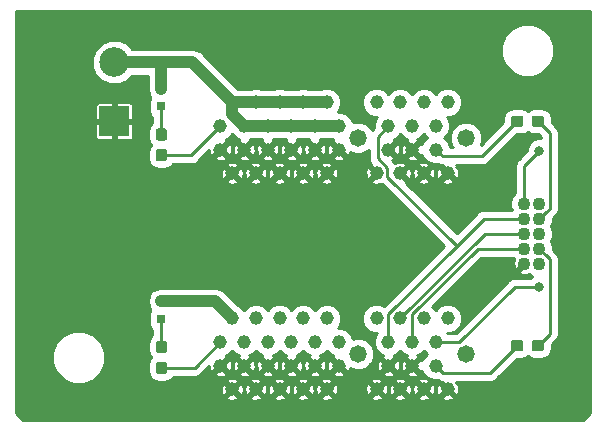
<source format=gbr>
G04 #@! TF.GenerationSoftware,KiCad,Pcbnew,5.0.2+dfsg1-1*
G04 #@! TF.CreationDate,2021-07-01T00:07:39-05:00*
G04 #@! TF.ProjectId,backplane,6261636b-706c-4616-9e65-2e6b69636164,rev?*
G04 #@! TF.SameCoordinates,Original*
G04 #@! TF.FileFunction,Copper,L1,Top*
G04 #@! TF.FilePolarity,Positive*
%FSLAX46Y46*%
G04 Gerber Fmt 4.6, Leading zero omitted, Abs format (unit mm)*
G04 Created by KiCad (PCBNEW 5.0.2+dfsg1-1) date Thu 01 Jul 2021 12:07:39 AM CDT*
%MOMM*%
%LPD*%
G01*
G04 APERTURE LIST*
G04 #@! TA.AperFunction,SMDPad,CuDef*
%ADD10R,0.800000X0.800000*%
G04 #@! TD*
G04 #@! TA.AperFunction,ComponentPad*
%ADD11R,2.500000X2.500000*%
G04 #@! TD*
G04 #@! TA.AperFunction,ComponentPad*
%ADD12C,2.500000*%
G04 #@! TD*
G04 #@! TA.AperFunction,ComponentPad*
%ADD13C,1.100000*%
G04 #@! TD*
G04 #@! TA.AperFunction,Conductor*
%ADD14C,0.100000*%
G04 #@! TD*
G04 #@! TA.AperFunction,SMDPad,CuDef*
%ADD15C,0.950000*%
G04 #@! TD*
G04 #@! TA.AperFunction,ComponentPad*
%ADD16C,1.168400*%
G04 #@! TD*
G04 #@! TA.AperFunction,ComponentPad*
%ADD17C,1.473200*%
G04 #@! TD*
G04 #@! TA.AperFunction,ViaPad*
%ADD18C,0.800000*%
G04 #@! TD*
G04 #@! TA.AperFunction,Conductor*
%ADD19C,1.000000*%
G04 #@! TD*
G04 #@! TA.AperFunction,Conductor*
%ADD20C,0.250000*%
G04 #@! TD*
G04 #@! TA.AperFunction,Conductor*
%ADD21C,0.254000*%
G04 #@! TD*
G04 APERTURE END LIST*
D10*
G04 #@! TO.P,D2,2*
G04 #@! TO.N,+24V*
X123000000Y-59250000D03*
G04 #@! TO.P,D2,1*
G04 #@! TO.N,Net-(D2-Pad1)*
X123000000Y-60750000D03*
G04 #@! TD*
G04 #@! TO.P,D4,1*
G04 #@! TO.N,Net-(D4-Pad1)*
X123000000Y-78750000D03*
G04 #@! TO.P,D4,2*
G04 #@! TO.N,+24V*
X123000000Y-77250000D03*
G04 #@! TD*
D11*
G04 #@! TO.P,J1,1*
G04 #@! TO.N,GND*
X119000000Y-62000000D03*
D12*
G04 #@! TO.P,J1,2*
G04 #@! TO.N,+24V*
X119000000Y-57000000D03*
G04 #@! TD*
D13*
G04 #@! TO.P,J2,1*
G04 #@! TO.N,/SS1*
X155000000Y-69000000D03*
G04 #@! TO.P,J2,2*
G04 #@! TO.N,+5V*
X153730000Y-69000000D03*
G04 #@! TO.P,J2,3*
G04 #@! TO.N,/CP1*
X155000000Y-70270000D03*
G04 #@! TO.P,J2,4*
G04 #@! TO.N,/MOSI*
X153730000Y-70270000D03*
G04 #@! TO.P,J2,5*
G04 #@! TO.N,+5V*
X155000000Y-71540000D03*
G04 #@! TO.P,J2,6*
G04 #@! TO.N,/MISO*
X153730000Y-71540000D03*
G04 #@! TO.P,J2,7*
G04 #@! TO.N,/CP2*
X155000000Y-72810000D03*
G04 #@! TO.P,J2,8*
G04 #@! TO.N,/SCK*
X153730000Y-72810000D03*
G04 #@! TO.P,J2,9*
G04 #@! TO.N,/SS2*
X155000000Y-74080000D03*
G04 #@! TO.P,J2,10*
G04 #@! TO.N,GND*
X153730000Y-74080000D03*
G04 #@! TD*
D14*
G04 #@! TO.N,Net-(J3-PadA1)*
G04 #@! TO.C,R2*
G36*
X123260779Y-64351144D02*
X123283834Y-64354563D01*
X123306443Y-64360227D01*
X123328387Y-64368079D01*
X123349457Y-64378044D01*
X123369448Y-64390026D01*
X123388168Y-64403910D01*
X123405438Y-64419562D01*
X123421090Y-64436832D01*
X123434974Y-64455552D01*
X123446956Y-64475543D01*
X123456921Y-64496613D01*
X123464773Y-64518557D01*
X123470437Y-64541166D01*
X123473856Y-64564221D01*
X123475000Y-64587500D01*
X123475000Y-65162500D01*
X123473856Y-65185779D01*
X123470437Y-65208834D01*
X123464773Y-65231443D01*
X123456921Y-65253387D01*
X123446956Y-65274457D01*
X123434974Y-65294448D01*
X123421090Y-65313168D01*
X123405438Y-65330438D01*
X123388168Y-65346090D01*
X123369448Y-65359974D01*
X123349457Y-65371956D01*
X123328387Y-65381921D01*
X123306443Y-65389773D01*
X123283834Y-65395437D01*
X123260779Y-65398856D01*
X123237500Y-65400000D01*
X122762500Y-65400000D01*
X122739221Y-65398856D01*
X122716166Y-65395437D01*
X122693557Y-65389773D01*
X122671613Y-65381921D01*
X122650543Y-65371956D01*
X122630552Y-65359974D01*
X122611832Y-65346090D01*
X122594562Y-65330438D01*
X122578910Y-65313168D01*
X122565026Y-65294448D01*
X122553044Y-65274457D01*
X122543079Y-65253387D01*
X122535227Y-65231443D01*
X122529563Y-65208834D01*
X122526144Y-65185779D01*
X122525000Y-65162500D01*
X122525000Y-64587500D01*
X122526144Y-64564221D01*
X122529563Y-64541166D01*
X122535227Y-64518557D01*
X122543079Y-64496613D01*
X122553044Y-64475543D01*
X122565026Y-64455552D01*
X122578910Y-64436832D01*
X122594562Y-64419562D01*
X122611832Y-64403910D01*
X122630552Y-64390026D01*
X122650543Y-64378044D01*
X122671613Y-64368079D01*
X122693557Y-64360227D01*
X122716166Y-64354563D01*
X122739221Y-64351144D01*
X122762500Y-64350000D01*
X123237500Y-64350000D01*
X123260779Y-64351144D01*
X123260779Y-64351144D01*
G37*
D15*
G04 #@! TD*
G04 #@! TO.P,R2,2*
G04 #@! TO.N,Net-(J3-PadA1)*
X123000000Y-64875000D03*
D14*
G04 #@! TO.N,Net-(D2-Pad1)*
G04 #@! TO.C,R2*
G36*
X123260779Y-62601144D02*
X123283834Y-62604563D01*
X123306443Y-62610227D01*
X123328387Y-62618079D01*
X123349457Y-62628044D01*
X123369448Y-62640026D01*
X123388168Y-62653910D01*
X123405438Y-62669562D01*
X123421090Y-62686832D01*
X123434974Y-62705552D01*
X123446956Y-62725543D01*
X123456921Y-62746613D01*
X123464773Y-62768557D01*
X123470437Y-62791166D01*
X123473856Y-62814221D01*
X123475000Y-62837500D01*
X123475000Y-63412500D01*
X123473856Y-63435779D01*
X123470437Y-63458834D01*
X123464773Y-63481443D01*
X123456921Y-63503387D01*
X123446956Y-63524457D01*
X123434974Y-63544448D01*
X123421090Y-63563168D01*
X123405438Y-63580438D01*
X123388168Y-63596090D01*
X123369448Y-63609974D01*
X123349457Y-63621956D01*
X123328387Y-63631921D01*
X123306443Y-63639773D01*
X123283834Y-63645437D01*
X123260779Y-63648856D01*
X123237500Y-63650000D01*
X122762500Y-63650000D01*
X122739221Y-63648856D01*
X122716166Y-63645437D01*
X122693557Y-63639773D01*
X122671613Y-63631921D01*
X122650543Y-63621956D01*
X122630552Y-63609974D01*
X122611832Y-63596090D01*
X122594562Y-63580438D01*
X122578910Y-63563168D01*
X122565026Y-63544448D01*
X122553044Y-63524457D01*
X122543079Y-63503387D01*
X122535227Y-63481443D01*
X122529563Y-63458834D01*
X122526144Y-63435779D01*
X122525000Y-63412500D01*
X122525000Y-62837500D01*
X122526144Y-62814221D01*
X122529563Y-62791166D01*
X122535227Y-62768557D01*
X122543079Y-62746613D01*
X122553044Y-62725543D01*
X122565026Y-62705552D01*
X122578910Y-62686832D01*
X122594562Y-62669562D01*
X122611832Y-62653910D01*
X122630552Y-62640026D01*
X122650543Y-62628044D01*
X122671613Y-62618079D01*
X122693557Y-62610227D01*
X122716166Y-62604563D01*
X122739221Y-62601144D01*
X122762500Y-62600000D01*
X123237500Y-62600000D01*
X123260779Y-62601144D01*
X123260779Y-62601144D01*
G37*
D15*
G04 #@! TD*
G04 #@! TO.P,R2,1*
G04 #@! TO.N,Net-(D2-Pad1)*
X123000000Y-63125000D03*
D14*
G04 #@! TO.N,/CP1*
G04 #@! TO.C,R3*
G36*
X155185779Y-61526144D02*
X155208834Y-61529563D01*
X155231443Y-61535227D01*
X155253387Y-61543079D01*
X155274457Y-61553044D01*
X155294448Y-61565026D01*
X155313168Y-61578910D01*
X155330438Y-61594562D01*
X155346090Y-61611832D01*
X155359974Y-61630552D01*
X155371956Y-61650543D01*
X155381921Y-61671613D01*
X155389773Y-61693557D01*
X155395437Y-61716166D01*
X155398856Y-61739221D01*
X155400000Y-61762500D01*
X155400000Y-62237500D01*
X155398856Y-62260779D01*
X155395437Y-62283834D01*
X155389773Y-62306443D01*
X155381921Y-62328387D01*
X155371956Y-62349457D01*
X155359974Y-62369448D01*
X155346090Y-62388168D01*
X155330438Y-62405438D01*
X155313168Y-62421090D01*
X155294448Y-62434974D01*
X155274457Y-62446956D01*
X155253387Y-62456921D01*
X155231443Y-62464773D01*
X155208834Y-62470437D01*
X155185779Y-62473856D01*
X155162500Y-62475000D01*
X154587500Y-62475000D01*
X154564221Y-62473856D01*
X154541166Y-62470437D01*
X154518557Y-62464773D01*
X154496613Y-62456921D01*
X154475543Y-62446956D01*
X154455552Y-62434974D01*
X154436832Y-62421090D01*
X154419562Y-62405438D01*
X154403910Y-62388168D01*
X154390026Y-62369448D01*
X154378044Y-62349457D01*
X154368079Y-62328387D01*
X154360227Y-62306443D01*
X154354563Y-62283834D01*
X154351144Y-62260779D01*
X154350000Y-62237500D01*
X154350000Y-61762500D01*
X154351144Y-61739221D01*
X154354563Y-61716166D01*
X154360227Y-61693557D01*
X154368079Y-61671613D01*
X154378044Y-61650543D01*
X154390026Y-61630552D01*
X154403910Y-61611832D01*
X154419562Y-61594562D01*
X154436832Y-61578910D01*
X154455552Y-61565026D01*
X154475543Y-61553044D01*
X154496613Y-61543079D01*
X154518557Y-61535227D01*
X154541166Y-61529563D01*
X154564221Y-61526144D01*
X154587500Y-61525000D01*
X155162500Y-61525000D01*
X155185779Y-61526144D01*
X155185779Y-61526144D01*
G37*
D15*
G04 #@! TD*
G04 #@! TO.P,R3,2*
G04 #@! TO.N,/CP1*
X154875000Y-62000000D03*
D14*
G04 #@! TO.N,Net-(J3-PadB17)*
G04 #@! TO.C,R3*
G36*
X153435779Y-61526144D02*
X153458834Y-61529563D01*
X153481443Y-61535227D01*
X153503387Y-61543079D01*
X153524457Y-61553044D01*
X153544448Y-61565026D01*
X153563168Y-61578910D01*
X153580438Y-61594562D01*
X153596090Y-61611832D01*
X153609974Y-61630552D01*
X153621956Y-61650543D01*
X153631921Y-61671613D01*
X153639773Y-61693557D01*
X153645437Y-61716166D01*
X153648856Y-61739221D01*
X153650000Y-61762500D01*
X153650000Y-62237500D01*
X153648856Y-62260779D01*
X153645437Y-62283834D01*
X153639773Y-62306443D01*
X153631921Y-62328387D01*
X153621956Y-62349457D01*
X153609974Y-62369448D01*
X153596090Y-62388168D01*
X153580438Y-62405438D01*
X153563168Y-62421090D01*
X153544448Y-62434974D01*
X153524457Y-62446956D01*
X153503387Y-62456921D01*
X153481443Y-62464773D01*
X153458834Y-62470437D01*
X153435779Y-62473856D01*
X153412500Y-62475000D01*
X152837500Y-62475000D01*
X152814221Y-62473856D01*
X152791166Y-62470437D01*
X152768557Y-62464773D01*
X152746613Y-62456921D01*
X152725543Y-62446956D01*
X152705552Y-62434974D01*
X152686832Y-62421090D01*
X152669562Y-62405438D01*
X152653910Y-62388168D01*
X152640026Y-62369448D01*
X152628044Y-62349457D01*
X152618079Y-62328387D01*
X152610227Y-62306443D01*
X152604563Y-62283834D01*
X152601144Y-62260779D01*
X152600000Y-62237500D01*
X152600000Y-61762500D01*
X152601144Y-61739221D01*
X152604563Y-61716166D01*
X152610227Y-61693557D01*
X152618079Y-61671613D01*
X152628044Y-61650543D01*
X152640026Y-61630552D01*
X152653910Y-61611832D01*
X152669562Y-61594562D01*
X152686832Y-61578910D01*
X152705552Y-61565026D01*
X152725543Y-61553044D01*
X152746613Y-61543079D01*
X152768557Y-61535227D01*
X152791166Y-61529563D01*
X152814221Y-61526144D01*
X152837500Y-61525000D01*
X153412500Y-61525000D01*
X153435779Y-61526144D01*
X153435779Y-61526144D01*
G37*
D15*
G04 #@! TD*
G04 #@! TO.P,R3,1*
G04 #@! TO.N,Net-(J3-PadB17)*
X153125000Y-62000000D03*
D14*
G04 #@! TO.N,Net-(D4-Pad1)*
G04 #@! TO.C,R4*
G36*
X123260779Y-80601144D02*
X123283834Y-80604563D01*
X123306443Y-80610227D01*
X123328387Y-80618079D01*
X123349457Y-80628044D01*
X123369448Y-80640026D01*
X123388168Y-80653910D01*
X123405438Y-80669562D01*
X123421090Y-80686832D01*
X123434974Y-80705552D01*
X123446956Y-80725543D01*
X123456921Y-80746613D01*
X123464773Y-80768557D01*
X123470437Y-80791166D01*
X123473856Y-80814221D01*
X123475000Y-80837500D01*
X123475000Y-81412500D01*
X123473856Y-81435779D01*
X123470437Y-81458834D01*
X123464773Y-81481443D01*
X123456921Y-81503387D01*
X123446956Y-81524457D01*
X123434974Y-81544448D01*
X123421090Y-81563168D01*
X123405438Y-81580438D01*
X123388168Y-81596090D01*
X123369448Y-81609974D01*
X123349457Y-81621956D01*
X123328387Y-81631921D01*
X123306443Y-81639773D01*
X123283834Y-81645437D01*
X123260779Y-81648856D01*
X123237500Y-81650000D01*
X122762500Y-81650000D01*
X122739221Y-81648856D01*
X122716166Y-81645437D01*
X122693557Y-81639773D01*
X122671613Y-81631921D01*
X122650543Y-81621956D01*
X122630552Y-81609974D01*
X122611832Y-81596090D01*
X122594562Y-81580438D01*
X122578910Y-81563168D01*
X122565026Y-81544448D01*
X122553044Y-81524457D01*
X122543079Y-81503387D01*
X122535227Y-81481443D01*
X122529563Y-81458834D01*
X122526144Y-81435779D01*
X122525000Y-81412500D01*
X122525000Y-80837500D01*
X122526144Y-80814221D01*
X122529563Y-80791166D01*
X122535227Y-80768557D01*
X122543079Y-80746613D01*
X122553044Y-80725543D01*
X122565026Y-80705552D01*
X122578910Y-80686832D01*
X122594562Y-80669562D01*
X122611832Y-80653910D01*
X122630552Y-80640026D01*
X122650543Y-80628044D01*
X122671613Y-80618079D01*
X122693557Y-80610227D01*
X122716166Y-80604563D01*
X122739221Y-80601144D01*
X122762500Y-80600000D01*
X123237500Y-80600000D01*
X123260779Y-80601144D01*
X123260779Y-80601144D01*
G37*
D15*
G04 #@! TD*
G04 #@! TO.P,R4,1*
G04 #@! TO.N,Net-(D4-Pad1)*
X123000000Y-81125000D03*
D14*
G04 #@! TO.N,Net-(J4-PadA1)*
G04 #@! TO.C,R4*
G36*
X123260779Y-82351144D02*
X123283834Y-82354563D01*
X123306443Y-82360227D01*
X123328387Y-82368079D01*
X123349457Y-82378044D01*
X123369448Y-82390026D01*
X123388168Y-82403910D01*
X123405438Y-82419562D01*
X123421090Y-82436832D01*
X123434974Y-82455552D01*
X123446956Y-82475543D01*
X123456921Y-82496613D01*
X123464773Y-82518557D01*
X123470437Y-82541166D01*
X123473856Y-82564221D01*
X123475000Y-82587500D01*
X123475000Y-83162500D01*
X123473856Y-83185779D01*
X123470437Y-83208834D01*
X123464773Y-83231443D01*
X123456921Y-83253387D01*
X123446956Y-83274457D01*
X123434974Y-83294448D01*
X123421090Y-83313168D01*
X123405438Y-83330438D01*
X123388168Y-83346090D01*
X123369448Y-83359974D01*
X123349457Y-83371956D01*
X123328387Y-83381921D01*
X123306443Y-83389773D01*
X123283834Y-83395437D01*
X123260779Y-83398856D01*
X123237500Y-83400000D01*
X122762500Y-83400000D01*
X122739221Y-83398856D01*
X122716166Y-83395437D01*
X122693557Y-83389773D01*
X122671613Y-83381921D01*
X122650543Y-83371956D01*
X122630552Y-83359974D01*
X122611832Y-83346090D01*
X122594562Y-83330438D01*
X122578910Y-83313168D01*
X122565026Y-83294448D01*
X122553044Y-83274457D01*
X122543079Y-83253387D01*
X122535227Y-83231443D01*
X122529563Y-83208834D01*
X122526144Y-83185779D01*
X122525000Y-83162500D01*
X122525000Y-82587500D01*
X122526144Y-82564221D01*
X122529563Y-82541166D01*
X122535227Y-82518557D01*
X122543079Y-82496613D01*
X122553044Y-82475543D01*
X122565026Y-82455552D01*
X122578910Y-82436832D01*
X122594562Y-82419562D01*
X122611832Y-82403910D01*
X122630552Y-82390026D01*
X122650543Y-82378044D01*
X122671613Y-82368079D01*
X122693557Y-82360227D01*
X122716166Y-82354563D01*
X122739221Y-82351144D01*
X122762500Y-82350000D01*
X123237500Y-82350000D01*
X123260779Y-82351144D01*
X123260779Y-82351144D01*
G37*
D15*
G04 #@! TD*
G04 #@! TO.P,R4,2*
G04 #@! TO.N,Net-(J4-PadA1)*
X123000000Y-82875000D03*
D14*
G04 #@! TO.N,Net-(J4-PadB17)*
G04 #@! TO.C,R5*
G36*
X153435779Y-80526144D02*
X153458834Y-80529563D01*
X153481443Y-80535227D01*
X153503387Y-80543079D01*
X153524457Y-80553044D01*
X153544448Y-80565026D01*
X153563168Y-80578910D01*
X153580438Y-80594562D01*
X153596090Y-80611832D01*
X153609974Y-80630552D01*
X153621956Y-80650543D01*
X153631921Y-80671613D01*
X153639773Y-80693557D01*
X153645437Y-80716166D01*
X153648856Y-80739221D01*
X153650000Y-80762500D01*
X153650000Y-81237500D01*
X153648856Y-81260779D01*
X153645437Y-81283834D01*
X153639773Y-81306443D01*
X153631921Y-81328387D01*
X153621956Y-81349457D01*
X153609974Y-81369448D01*
X153596090Y-81388168D01*
X153580438Y-81405438D01*
X153563168Y-81421090D01*
X153544448Y-81434974D01*
X153524457Y-81446956D01*
X153503387Y-81456921D01*
X153481443Y-81464773D01*
X153458834Y-81470437D01*
X153435779Y-81473856D01*
X153412500Y-81475000D01*
X152837500Y-81475000D01*
X152814221Y-81473856D01*
X152791166Y-81470437D01*
X152768557Y-81464773D01*
X152746613Y-81456921D01*
X152725543Y-81446956D01*
X152705552Y-81434974D01*
X152686832Y-81421090D01*
X152669562Y-81405438D01*
X152653910Y-81388168D01*
X152640026Y-81369448D01*
X152628044Y-81349457D01*
X152618079Y-81328387D01*
X152610227Y-81306443D01*
X152604563Y-81283834D01*
X152601144Y-81260779D01*
X152600000Y-81237500D01*
X152600000Y-80762500D01*
X152601144Y-80739221D01*
X152604563Y-80716166D01*
X152610227Y-80693557D01*
X152618079Y-80671613D01*
X152628044Y-80650543D01*
X152640026Y-80630552D01*
X152653910Y-80611832D01*
X152669562Y-80594562D01*
X152686832Y-80578910D01*
X152705552Y-80565026D01*
X152725543Y-80553044D01*
X152746613Y-80543079D01*
X152768557Y-80535227D01*
X152791166Y-80529563D01*
X152814221Y-80526144D01*
X152837500Y-80525000D01*
X153412500Y-80525000D01*
X153435779Y-80526144D01*
X153435779Y-80526144D01*
G37*
D15*
G04 #@! TD*
G04 #@! TO.P,R5,1*
G04 #@! TO.N,Net-(J4-PadB17)*
X153125000Y-81000000D03*
D14*
G04 #@! TO.N,/CP2*
G04 #@! TO.C,R5*
G36*
X155185779Y-80526144D02*
X155208834Y-80529563D01*
X155231443Y-80535227D01*
X155253387Y-80543079D01*
X155274457Y-80553044D01*
X155294448Y-80565026D01*
X155313168Y-80578910D01*
X155330438Y-80594562D01*
X155346090Y-80611832D01*
X155359974Y-80630552D01*
X155371956Y-80650543D01*
X155381921Y-80671613D01*
X155389773Y-80693557D01*
X155395437Y-80716166D01*
X155398856Y-80739221D01*
X155400000Y-80762500D01*
X155400000Y-81237500D01*
X155398856Y-81260779D01*
X155395437Y-81283834D01*
X155389773Y-81306443D01*
X155381921Y-81328387D01*
X155371956Y-81349457D01*
X155359974Y-81369448D01*
X155346090Y-81388168D01*
X155330438Y-81405438D01*
X155313168Y-81421090D01*
X155294448Y-81434974D01*
X155274457Y-81446956D01*
X155253387Y-81456921D01*
X155231443Y-81464773D01*
X155208834Y-81470437D01*
X155185779Y-81473856D01*
X155162500Y-81475000D01*
X154587500Y-81475000D01*
X154564221Y-81473856D01*
X154541166Y-81470437D01*
X154518557Y-81464773D01*
X154496613Y-81456921D01*
X154475543Y-81446956D01*
X154455552Y-81434974D01*
X154436832Y-81421090D01*
X154419562Y-81405438D01*
X154403910Y-81388168D01*
X154390026Y-81369448D01*
X154378044Y-81349457D01*
X154368079Y-81328387D01*
X154360227Y-81306443D01*
X154354563Y-81283834D01*
X154351144Y-81260779D01*
X154350000Y-81237500D01*
X154350000Y-80762500D01*
X154351144Y-80739221D01*
X154354563Y-80716166D01*
X154360227Y-80693557D01*
X154368079Y-80671613D01*
X154378044Y-80650543D01*
X154390026Y-80630552D01*
X154403910Y-80611832D01*
X154419562Y-80594562D01*
X154436832Y-80578910D01*
X154455552Y-80565026D01*
X154475543Y-80553044D01*
X154496613Y-80543079D01*
X154518557Y-80535227D01*
X154541166Y-80529563D01*
X154564221Y-80526144D01*
X154587500Y-80525000D01*
X155162500Y-80525000D01*
X155185779Y-80526144D01*
X155185779Y-80526144D01*
G37*
D15*
G04 #@! TD*
G04 #@! TO.P,R5,2*
G04 #@! TO.N,/CP2*
X154875000Y-81000000D03*
D16*
G04 #@! TO.P,J3,B1*
G04 #@! TO.N,GND*
X127999999Y-64400000D03*
G04 #@! TO.P,J3,B2*
X129000000Y-66400001D03*
G04 #@! TO.P,J3,B3*
X130000001Y-64400000D03*
G04 #@! TO.P,J3,B4*
X130999999Y-66400001D03*
G04 #@! TO.P,J3,B5*
X131999999Y-64400000D03*
G04 #@! TO.P,J3,B6*
X133000000Y-66400001D03*
G04 #@! TO.P,J3,B7*
X134000000Y-64400000D03*
G04 #@! TO.P,J3,B8*
X135000001Y-66400001D03*
G04 #@! TO.P,J3,B9*
X135999999Y-64400000D03*
G04 #@! TO.P,J3,B10*
X136999999Y-66400001D03*
G04 #@! TO.P,J3,B11*
X138000000Y-64400000D03*
G04 #@! TO.P,J3,B12*
X141225000Y-66400001D03*
G04 #@! TO.P,J3,B13*
X142225001Y-64400000D03*
G04 #@! TO.P,J3,B14*
X143224999Y-66400001D03*
G04 #@! TO.P,J3,B15*
X144224999Y-64400000D03*
G04 #@! TO.P,J3,B16*
X145225000Y-66400001D03*
G04 #@! TO.P,J3,B17*
G04 #@! TO.N,Net-(J3-PadB17)*
X146225001Y-64400000D03*
G04 #@! TO.P,J3,B18*
G04 #@! TO.N,GND*
X147225001Y-66400001D03*
G04 #@! TO.P,J3,A2*
G04 #@! TO.N,+24V*
X128999999Y-60400000D03*
G04 #@! TO.P,J3,A1*
G04 #@! TO.N,Net-(J3-PadA1)*
X128000000Y-62399999D03*
G04 #@! TO.P,J3,A4*
G04 #@! TO.N,+24V*
X131000001Y-60400000D03*
G04 #@! TO.P,J3,A3*
X129999999Y-62399999D03*
G04 #@! TO.P,J3,A6*
X132999999Y-60400000D03*
G04 #@! TO.P,J3,A5*
X132000000Y-62399999D03*
G04 #@! TO.P,J3,A8*
X135000000Y-60400000D03*
G04 #@! TO.P,J3,A7*
X134000001Y-62399999D03*
G04 #@! TO.P,J3,A10*
X136999999Y-60400000D03*
G04 #@! TO.P,J3,A9*
X135999999Y-62399999D03*
G04 #@! TO.P,J3,A12*
G04 #@! TO.N,/SS1*
X141225000Y-60400000D03*
G04 #@! TO.P,J3,A11*
G04 #@! TO.N,+24V*
X138000000Y-62399999D03*
G04 #@! TO.P,J3,A14*
G04 #@! TO.N,/MISO*
X143225001Y-60400000D03*
G04 #@! TO.P,J3,A13*
G04 #@! TO.N,/MOSI*
X142224999Y-62399999D03*
G04 #@! TO.P,J3,A16*
G04 #@! TO.N,+5V*
X145224999Y-60400000D03*
G04 #@! TO.P,J3,A15*
G04 #@! TO.N,/SCK*
X144225000Y-62399999D03*
G04 #@! TO.P,J3,A18*
G04 #@! TO.N,Net-(J3-PadA18)*
X147225001Y-60400000D03*
G04 #@! TO.P,J3,A17*
G04 #@! TO.N,+5V*
X146225001Y-62399999D03*
D17*
G04 #@! TO.P,J3,37*
G04 #@! TO.N,N/C*
X139650000Y-63400000D03*
G04 #@! TO.P,J3,38*
X148800000Y-63400000D03*
G04 #@! TD*
G04 #@! TO.P,J4,38*
G04 #@! TO.N,N/C*
X148800000Y-81700000D03*
G04 #@! TO.P,J4,37*
X139650000Y-81700000D03*
D16*
G04 #@! TO.P,J4,A17*
G04 #@! TO.N,+5V*
X146225001Y-80699999D03*
G04 #@! TO.P,J4,A18*
G04 #@! TO.N,Net-(J4-PadA18)*
X147225001Y-78700000D03*
G04 #@! TO.P,J4,A15*
G04 #@! TO.N,/SCK*
X144225000Y-80699999D03*
G04 #@! TO.P,J4,A16*
G04 #@! TO.N,+5V*
X145224999Y-78700000D03*
G04 #@! TO.P,J4,A13*
G04 #@! TO.N,/MOSI*
X142224999Y-80699999D03*
G04 #@! TO.P,J4,A14*
G04 #@! TO.N,/MISO*
X143225001Y-78700000D03*
G04 #@! TO.P,J4,A11*
G04 #@! TO.N,+24V*
X138000000Y-80699999D03*
G04 #@! TO.P,J4,A12*
G04 #@! TO.N,/SS2*
X141225000Y-78700000D03*
G04 #@! TO.P,J4,A9*
G04 #@! TO.N,+24V*
X135999999Y-80699999D03*
G04 #@! TO.P,J4,A10*
X136999999Y-78700000D03*
G04 #@! TO.P,J4,A7*
X134000001Y-80699999D03*
G04 #@! TO.P,J4,A8*
X135000000Y-78700000D03*
G04 #@! TO.P,J4,A5*
X132000000Y-80699999D03*
G04 #@! TO.P,J4,A6*
X132999999Y-78700000D03*
G04 #@! TO.P,J4,A3*
X129999999Y-80699999D03*
G04 #@! TO.P,J4,A4*
X131000001Y-78700000D03*
G04 #@! TO.P,J4,A1*
G04 #@! TO.N,Net-(J4-PadA1)*
X128000000Y-80699999D03*
G04 #@! TO.P,J4,A2*
G04 #@! TO.N,+24V*
X128999999Y-78700000D03*
G04 #@! TO.P,J4,B18*
G04 #@! TO.N,GND*
X147225001Y-84700001D03*
G04 #@! TO.P,J4,B17*
G04 #@! TO.N,Net-(J4-PadB17)*
X146225001Y-82700000D03*
G04 #@! TO.P,J4,B16*
G04 #@! TO.N,GND*
X145225000Y-84700001D03*
G04 #@! TO.P,J4,B15*
X144224999Y-82700000D03*
G04 #@! TO.P,J4,B14*
X143224999Y-84700001D03*
G04 #@! TO.P,J4,B13*
X142225001Y-82700000D03*
G04 #@! TO.P,J4,B12*
X141225000Y-84700001D03*
G04 #@! TO.P,J4,B11*
X138000000Y-82700000D03*
G04 #@! TO.P,J4,B10*
X136999999Y-84700001D03*
G04 #@! TO.P,J4,B9*
X135999999Y-82700000D03*
G04 #@! TO.P,J4,B8*
X135000001Y-84700001D03*
G04 #@! TO.P,J4,B7*
X134000000Y-82700000D03*
G04 #@! TO.P,J4,B6*
X133000000Y-84700001D03*
G04 #@! TO.P,J4,B5*
X131999999Y-82700000D03*
G04 #@! TO.P,J4,B4*
X130999999Y-84700001D03*
G04 #@! TO.P,J4,B3*
X130000001Y-82700000D03*
G04 #@! TO.P,J4,B2*
X129000000Y-84700001D03*
G04 #@! TO.P,J4,B1*
X127999999Y-82700000D03*
G04 #@! TD*
D18*
G04 #@! TO.N,+5V*
X155000000Y-76000000D03*
X155000000Y-64500000D03*
G04 #@! TO.N,GND*
X149000000Y-67500000D03*
X153500000Y-63500000D03*
X150500000Y-75000000D03*
X115000000Y-68000000D03*
X115000000Y-72000000D03*
X117000000Y-68000000D03*
X116000000Y-68000000D03*
X116000000Y-72000000D03*
X117000000Y-72000000D03*
G04 #@! TD*
D19*
G04 #@! TO.N,+24V*
X125599999Y-57000000D02*
X128999999Y-60400000D01*
X128999999Y-60400000D02*
X136999999Y-60400000D01*
X128999999Y-61399999D02*
X129999999Y-62399999D01*
X128999999Y-60400000D02*
X128999999Y-61399999D01*
X129999999Y-62399999D02*
X138000000Y-62399999D01*
X123000000Y-59250000D02*
X123000000Y-57000000D01*
X119000000Y-57000000D02*
X123000000Y-57000000D01*
X123000000Y-57000000D02*
X125599999Y-57000000D01*
X127549999Y-77250000D02*
X128999999Y-78700000D01*
X123000000Y-77250000D02*
X127549999Y-77250000D01*
D20*
G04 #@! TO.N,Net-(D2-Pad1)*
X123000000Y-60750000D02*
X123000000Y-63125000D01*
G04 #@! TO.N,+5V*
X152928830Y-76000000D02*
X155000000Y-76000000D01*
X146225001Y-80699999D02*
X148228831Y-80699999D01*
X148228831Y-80699999D02*
X152928830Y-76000000D01*
X153730000Y-69000000D02*
X153730000Y-65770000D01*
X153730000Y-65770000D02*
X155000000Y-64500000D01*
G04 #@! TO.N,Net-(D4-Pad1)*
X123000000Y-78750000D02*
X123000000Y-81125000D01*
G04 #@! TO.N,/MOSI*
X152952183Y-70270000D02*
X153730000Y-70270000D01*
X150309383Y-70270000D02*
X152952183Y-70270000D01*
X142224999Y-80699999D02*
X142224999Y-78354384D01*
X142134201Y-66713584D02*
X148000000Y-72579383D01*
X142134201Y-65963584D02*
X142134201Y-66713584D01*
X141315800Y-65145183D02*
X142134201Y-65963584D01*
X141315800Y-63309198D02*
X141315800Y-65145183D01*
X142224999Y-62399999D02*
X141315800Y-63309198D01*
X142224999Y-78354384D02*
X148000000Y-72579383D01*
X148000000Y-72579383D02*
X150309383Y-70270000D01*
G04 #@! TO.N,/MISO*
X152952183Y-71540000D02*
X153730000Y-71540000D01*
X150402971Y-71540000D02*
X152952183Y-71540000D01*
X143242971Y-78700000D02*
X150402971Y-71540000D01*
X143225001Y-78700000D02*
X143242971Y-78700000D01*
G04 #@! TO.N,/CP1*
X155549999Y-69720001D02*
X155000000Y-70270000D01*
X155875001Y-69394999D02*
X155549999Y-69720001D01*
X155875001Y-63000001D02*
X155875001Y-69394999D01*
X154875000Y-62000000D02*
X155875001Y-63000001D01*
G04 #@! TO.N,/SCK*
X152952183Y-72810000D02*
X153730000Y-72810000D01*
X149769381Y-72810000D02*
X152952183Y-72810000D01*
X144225000Y-78354381D02*
X149769381Y-72810000D01*
X144225000Y-80699999D02*
X144225000Y-78354381D01*
G04 #@! TO.N,/CP2*
X155549999Y-73359999D02*
X155000000Y-72810000D01*
X155875001Y-73685001D02*
X155549999Y-73359999D01*
X155875001Y-79999999D02*
X155875001Y-73685001D01*
X154875000Y-81000000D02*
X155875001Y-79999999D01*
G04 #@! TO.N,Net-(J3-PadA1)*
X125524999Y-64875000D02*
X128000000Y-62399999D01*
X123000000Y-64875000D02*
X125524999Y-64875000D01*
G04 #@! TO.N,Net-(J3-PadB17)*
X152625928Y-62499072D02*
X153125000Y-62000000D01*
X150140801Y-64984199D02*
X152625928Y-62499072D01*
X146809200Y-64984199D02*
X150140801Y-64984199D01*
X146225001Y-64400000D02*
X146809200Y-64984199D01*
G04 #@! TO.N,Net-(J4-PadB17)*
X146809200Y-83284199D02*
X146225001Y-82700000D01*
X150840801Y-83284199D02*
X146809200Y-83284199D01*
X153125000Y-81000000D02*
X150840801Y-83284199D01*
G04 #@! TO.N,Net-(J4-PadA1)*
X125824999Y-82875000D02*
X128000000Y-80699999D01*
X123000000Y-82875000D02*
X125824999Y-82875000D01*
G04 #@! TD*
D21*
G04 #@! TO.N,GND*
G36*
X159315001Y-86716263D02*
X158716265Y-87315000D01*
X111283736Y-87315000D01*
X110685000Y-86716265D01*
X110685000Y-85411873D01*
X128467733Y-85411873D01*
X128529138Y-85564153D01*
X128895676Y-85678565D01*
X129278097Y-85643999D01*
X129470862Y-85564153D01*
X129532267Y-85411873D01*
X130467732Y-85411873D01*
X130529137Y-85564153D01*
X130895675Y-85678565D01*
X131278096Y-85643999D01*
X131470861Y-85564153D01*
X131532266Y-85411873D01*
X132467733Y-85411873D01*
X132529138Y-85564153D01*
X132895676Y-85678565D01*
X133278097Y-85643999D01*
X133470862Y-85564153D01*
X133532267Y-85411873D01*
X134467734Y-85411873D01*
X134529139Y-85564153D01*
X134895677Y-85678565D01*
X135278098Y-85643999D01*
X135470863Y-85564153D01*
X135532268Y-85411873D01*
X136467732Y-85411873D01*
X136529137Y-85564153D01*
X136895675Y-85678565D01*
X137278096Y-85643999D01*
X137470861Y-85564153D01*
X137532266Y-85411873D01*
X140692733Y-85411873D01*
X140754138Y-85564153D01*
X141120676Y-85678565D01*
X141503097Y-85643999D01*
X141695862Y-85564153D01*
X141757267Y-85411873D01*
X142692732Y-85411873D01*
X142754137Y-85564153D01*
X143120675Y-85678565D01*
X143503096Y-85643999D01*
X143695861Y-85564153D01*
X143757266Y-85411873D01*
X144692733Y-85411873D01*
X144754138Y-85564153D01*
X145120676Y-85678565D01*
X145503097Y-85643999D01*
X145695862Y-85564153D01*
X145757267Y-85411873D01*
X146692734Y-85411873D01*
X146754139Y-85564153D01*
X147120677Y-85678565D01*
X147503098Y-85643999D01*
X147695863Y-85564153D01*
X147757268Y-85411873D01*
X147225001Y-84879606D01*
X146692734Y-85411873D01*
X145757267Y-85411873D01*
X145225000Y-84879606D01*
X144692733Y-85411873D01*
X143757266Y-85411873D01*
X143224999Y-84879606D01*
X142692732Y-85411873D01*
X141757267Y-85411873D01*
X141225000Y-84879606D01*
X140692733Y-85411873D01*
X137532266Y-85411873D01*
X136999999Y-84879606D01*
X136467732Y-85411873D01*
X135532268Y-85411873D01*
X135000001Y-84879606D01*
X134467734Y-85411873D01*
X133532267Y-85411873D01*
X133000000Y-84879606D01*
X132467733Y-85411873D01*
X131532266Y-85411873D01*
X130999999Y-84879606D01*
X130467732Y-85411873D01*
X129532267Y-85411873D01*
X129000000Y-84879606D01*
X128467733Y-85411873D01*
X110685000Y-85411873D01*
X110685000Y-84595677D01*
X128021436Y-84595677D01*
X128056002Y-84978098D01*
X128135848Y-85170863D01*
X128288128Y-85232268D01*
X128820395Y-84700001D01*
X129179605Y-84700001D01*
X129711872Y-85232268D01*
X129864152Y-85170863D01*
X129978564Y-84804325D01*
X129959705Y-84595677D01*
X130021435Y-84595677D01*
X130056001Y-84978098D01*
X130135847Y-85170863D01*
X130288127Y-85232268D01*
X130820394Y-84700001D01*
X131179604Y-84700001D01*
X131711871Y-85232268D01*
X131864151Y-85170863D01*
X131978563Y-84804325D01*
X131959704Y-84595677D01*
X132021436Y-84595677D01*
X132056002Y-84978098D01*
X132135848Y-85170863D01*
X132288128Y-85232268D01*
X132820395Y-84700001D01*
X133179605Y-84700001D01*
X133711872Y-85232268D01*
X133864152Y-85170863D01*
X133978564Y-84804325D01*
X133959705Y-84595677D01*
X134021437Y-84595677D01*
X134056003Y-84978098D01*
X134135849Y-85170863D01*
X134288129Y-85232268D01*
X134820396Y-84700001D01*
X135179606Y-84700001D01*
X135711873Y-85232268D01*
X135864153Y-85170863D01*
X135978565Y-84804325D01*
X135959706Y-84595677D01*
X136021435Y-84595677D01*
X136056001Y-84978098D01*
X136135847Y-85170863D01*
X136288127Y-85232268D01*
X136820394Y-84700001D01*
X137179604Y-84700001D01*
X137711871Y-85232268D01*
X137864151Y-85170863D01*
X137978563Y-84804325D01*
X137959704Y-84595677D01*
X140246436Y-84595677D01*
X140281002Y-84978098D01*
X140360848Y-85170863D01*
X140513128Y-85232268D01*
X141045395Y-84700001D01*
X141404605Y-84700001D01*
X141936872Y-85232268D01*
X142089152Y-85170863D01*
X142203564Y-84804325D01*
X142184705Y-84595677D01*
X142246435Y-84595677D01*
X142281001Y-84978098D01*
X142360847Y-85170863D01*
X142513127Y-85232268D01*
X143045394Y-84700001D01*
X143404604Y-84700001D01*
X143936871Y-85232268D01*
X144089151Y-85170863D01*
X144203563Y-84804325D01*
X144184704Y-84595677D01*
X144246436Y-84595677D01*
X144281002Y-84978098D01*
X144360848Y-85170863D01*
X144513128Y-85232268D01*
X145045395Y-84700001D01*
X145404605Y-84700001D01*
X145936872Y-85232268D01*
X146089152Y-85170863D01*
X146203564Y-84804325D01*
X146184705Y-84595677D01*
X146246437Y-84595677D01*
X146281003Y-84978098D01*
X146360849Y-85170863D01*
X146513129Y-85232268D01*
X147045396Y-84700001D01*
X146513129Y-84167734D01*
X146360849Y-84229139D01*
X146246437Y-84595677D01*
X146184705Y-84595677D01*
X146168998Y-84421904D01*
X146089152Y-84229139D01*
X145936872Y-84167734D01*
X145404605Y-84700001D01*
X145045395Y-84700001D01*
X144513128Y-84167734D01*
X144360848Y-84229139D01*
X144246436Y-84595677D01*
X144184704Y-84595677D01*
X144168997Y-84421904D01*
X144089151Y-84229139D01*
X143936871Y-84167734D01*
X143404604Y-84700001D01*
X143045394Y-84700001D01*
X142513127Y-84167734D01*
X142360847Y-84229139D01*
X142246435Y-84595677D01*
X142184705Y-84595677D01*
X142168998Y-84421904D01*
X142089152Y-84229139D01*
X141936872Y-84167734D01*
X141404605Y-84700001D01*
X141045395Y-84700001D01*
X140513128Y-84167734D01*
X140360848Y-84229139D01*
X140246436Y-84595677D01*
X137959704Y-84595677D01*
X137943997Y-84421904D01*
X137864151Y-84229139D01*
X137711871Y-84167734D01*
X137179604Y-84700001D01*
X136820394Y-84700001D01*
X136288127Y-84167734D01*
X136135847Y-84229139D01*
X136021435Y-84595677D01*
X135959706Y-84595677D01*
X135943999Y-84421904D01*
X135864153Y-84229139D01*
X135711873Y-84167734D01*
X135179606Y-84700001D01*
X134820396Y-84700001D01*
X134288129Y-84167734D01*
X134135849Y-84229139D01*
X134021437Y-84595677D01*
X133959705Y-84595677D01*
X133943998Y-84421904D01*
X133864152Y-84229139D01*
X133711872Y-84167734D01*
X133179605Y-84700001D01*
X132820395Y-84700001D01*
X132288128Y-84167734D01*
X132135848Y-84229139D01*
X132021436Y-84595677D01*
X131959704Y-84595677D01*
X131943997Y-84421904D01*
X131864151Y-84229139D01*
X131711871Y-84167734D01*
X131179604Y-84700001D01*
X130820394Y-84700001D01*
X130288127Y-84167734D01*
X130135847Y-84229139D01*
X130021435Y-84595677D01*
X129959705Y-84595677D01*
X129943998Y-84421904D01*
X129864152Y-84229139D01*
X129711872Y-84167734D01*
X129179605Y-84700001D01*
X128820395Y-84700001D01*
X128288128Y-84167734D01*
X128135848Y-84229139D01*
X128021436Y-84595677D01*
X110685000Y-84595677D01*
X110685000Y-81555431D01*
X113765000Y-81555431D01*
X113765000Y-82444569D01*
X114105259Y-83266026D01*
X114733974Y-83894741D01*
X115555431Y-84235000D01*
X116444569Y-84235000D01*
X117266026Y-83894741D01*
X117894741Y-83266026D01*
X118235000Y-82444569D01*
X118235000Y-81555431D01*
X117894741Y-80733974D01*
X117266026Y-80105259D01*
X116444569Y-79765000D01*
X115555431Y-79765000D01*
X114733974Y-80105259D01*
X114105259Y-80733974D01*
X113765000Y-81555431D01*
X110685000Y-81555431D01*
X110685000Y-77250000D01*
X121842765Y-77250000D01*
X121930854Y-77692855D01*
X121973898Y-77757275D01*
X122001843Y-77897765D01*
X122070155Y-78000000D01*
X122001843Y-78102235D01*
X121952560Y-78350000D01*
X121952560Y-79150000D01*
X122001843Y-79397765D01*
X122142191Y-79607809D01*
X122240000Y-79673164D01*
X122240001Y-80142765D01*
X122136753Y-80211753D01*
X121944922Y-80498848D01*
X121877560Y-80837500D01*
X121877560Y-81412500D01*
X121944922Y-81751152D01*
X122111197Y-82000000D01*
X121944922Y-82248848D01*
X121877560Y-82587500D01*
X121877560Y-83162500D01*
X121944922Y-83501152D01*
X122136753Y-83788247D01*
X122423848Y-83980078D01*
X122762500Y-84047440D01*
X123237500Y-84047440D01*
X123535676Y-83988129D01*
X128467733Y-83988129D01*
X129000000Y-84520396D01*
X129532267Y-83988129D01*
X130467732Y-83988129D01*
X130999999Y-84520396D01*
X131532266Y-83988129D01*
X132467733Y-83988129D01*
X133000000Y-84520396D01*
X133532267Y-83988129D01*
X134467734Y-83988129D01*
X135000001Y-84520396D01*
X135532268Y-83988129D01*
X136467732Y-83988129D01*
X136999999Y-84520396D01*
X137532266Y-83988129D01*
X140692733Y-83988129D01*
X141225000Y-84520396D01*
X141757267Y-83988129D01*
X142692732Y-83988129D01*
X143224999Y-84520396D01*
X143757266Y-83988129D01*
X144692733Y-83988129D01*
X145225000Y-84520396D01*
X145757267Y-83988129D01*
X145695862Y-83835849D01*
X145329324Y-83721437D01*
X144946903Y-83756003D01*
X144754138Y-83835849D01*
X144692733Y-83988129D01*
X143757266Y-83988129D01*
X143695861Y-83835849D01*
X143329323Y-83721437D01*
X142946902Y-83756003D01*
X142754137Y-83835849D01*
X142692732Y-83988129D01*
X141757267Y-83988129D01*
X141695862Y-83835849D01*
X141329324Y-83721437D01*
X140946903Y-83756003D01*
X140754138Y-83835849D01*
X140692733Y-83988129D01*
X137532266Y-83988129D01*
X137470861Y-83835849D01*
X137104323Y-83721437D01*
X136721902Y-83756003D01*
X136529137Y-83835849D01*
X136467732Y-83988129D01*
X135532268Y-83988129D01*
X135470863Y-83835849D01*
X135104325Y-83721437D01*
X134721904Y-83756003D01*
X134529139Y-83835849D01*
X134467734Y-83988129D01*
X133532267Y-83988129D01*
X133470862Y-83835849D01*
X133104324Y-83721437D01*
X132721903Y-83756003D01*
X132529138Y-83835849D01*
X132467733Y-83988129D01*
X131532266Y-83988129D01*
X131470861Y-83835849D01*
X131104323Y-83721437D01*
X130721902Y-83756003D01*
X130529137Y-83835849D01*
X130467732Y-83988129D01*
X129532267Y-83988129D01*
X129470862Y-83835849D01*
X129104324Y-83721437D01*
X128721903Y-83756003D01*
X128529138Y-83835849D01*
X128467733Y-83988129D01*
X123535676Y-83988129D01*
X123576152Y-83980078D01*
X123863247Y-83788247D01*
X123965644Y-83635000D01*
X125750152Y-83635000D01*
X125824999Y-83649888D01*
X125899846Y-83635000D01*
X125899851Y-83635000D01*
X126121536Y-83590904D01*
X126372928Y-83422929D01*
X126380316Y-83411872D01*
X127467732Y-83411872D01*
X127529137Y-83564152D01*
X127895675Y-83678564D01*
X128278096Y-83643998D01*
X128470861Y-83564152D01*
X128532266Y-83411872D01*
X129467734Y-83411872D01*
X129529139Y-83564152D01*
X129895677Y-83678564D01*
X130278098Y-83643998D01*
X130470863Y-83564152D01*
X130532268Y-83411872D01*
X131467732Y-83411872D01*
X131529137Y-83564152D01*
X131895675Y-83678564D01*
X132278096Y-83643998D01*
X132470861Y-83564152D01*
X132532266Y-83411872D01*
X133467733Y-83411872D01*
X133529138Y-83564152D01*
X133895676Y-83678564D01*
X134278097Y-83643998D01*
X134470862Y-83564152D01*
X134532267Y-83411872D01*
X135467732Y-83411872D01*
X135529137Y-83564152D01*
X135895675Y-83678564D01*
X136278096Y-83643998D01*
X136470861Y-83564152D01*
X136532266Y-83411872D01*
X137467733Y-83411872D01*
X137529138Y-83564152D01*
X137895676Y-83678564D01*
X138278097Y-83643998D01*
X138470862Y-83564152D01*
X138532267Y-83411872D01*
X141692734Y-83411872D01*
X141754139Y-83564152D01*
X142120677Y-83678564D01*
X142503098Y-83643998D01*
X142695863Y-83564152D01*
X142757268Y-83411872D01*
X143692732Y-83411872D01*
X143754137Y-83564152D01*
X144120675Y-83678564D01*
X144503096Y-83643998D01*
X144695861Y-83564152D01*
X144757266Y-83411872D01*
X144224999Y-82879605D01*
X143692732Y-83411872D01*
X142757268Y-83411872D01*
X142225001Y-82879605D01*
X141692734Y-83411872D01*
X138532267Y-83411872D01*
X138000000Y-82879605D01*
X137467733Y-83411872D01*
X136532266Y-83411872D01*
X135999999Y-82879605D01*
X135467732Y-83411872D01*
X134532267Y-83411872D01*
X134000000Y-82879605D01*
X133467733Y-83411872D01*
X132532266Y-83411872D01*
X131999999Y-82879605D01*
X131467732Y-83411872D01*
X130532268Y-83411872D01*
X130000001Y-82879605D01*
X129467734Y-83411872D01*
X128532266Y-83411872D01*
X127999999Y-82879605D01*
X127467732Y-83411872D01*
X126380316Y-83411872D01*
X126415330Y-83359470D01*
X127034507Y-82740294D01*
X127056001Y-82978097D01*
X127135847Y-83170862D01*
X127288127Y-83232267D01*
X127820394Y-82700000D01*
X128179604Y-82700000D01*
X128711871Y-83232267D01*
X128864151Y-83170862D01*
X128978563Y-82804324D01*
X128959704Y-82595676D01*
X129021437Y-82595676D01*
X129056003Y-82978097D01*
X129135849Y-83170862D01*
X129288129Y-83232267D01*
X129820396Y-82700000D01*
X130179606Y-82700000D01*
X130711873Y-83232267D01*
X130864153Y-83170862D01*
X130978565Y-82804324D01*
X130959706Y-82595676D01*
X131021435Y-82595676D01*
X131056001Y-82978097D01*
X131135847Y-83170862D01*
X131288127Y-83232267D01*
X131820394Y-82700000D01*
X132179604Y-82700000D01*
X132711871Y-83232267D01*
X132864151Y-83170862D01*
X132978563Y-82804324D01*
X132959704Y-82595676D01*
X133021436Y-82595676D01*
X133056002Y-82978097D01*
X133135848Y-83170862D01*
X133288128Y-83232267D01*
X133820395Y-82700000D01*
X134179605Y-82700000D01*
X134711872Y-83232267D01*
X134864152Y-83170862D01*
X134978564Y-82804324D01*
X134959705Y-82595676D01*
X135021435Y-82595676D01*
X135056001Y-82978097D01*
X135135847Y-83170862D01*
X135288127Y-83232267D01*
X135820394Y-82700000D01*
X136179604Y-82700000D01*
X136711871Y-83232267D01*
X136864151Y-83170862D01*
X136978563Y-82804324D01*
X136959704Y-82595676D01*
X137021436Y-82595676D01*
X137056002Y-82978097D01*
X137135848Y-83170862D01*
X137288128Y-83232267D01*
X137820395Y-82700000D01*
X137288128Y-82167733D01*
X137135848Y-82229138D01*
X137021436Y-82595676D01*
X136959704Y-82595676D01*
X136943997Y-82421903D01*
X136864151Y-82229138D01*
X136711871Y-82167733D01*
X136179604Y-82700000D01*
X135820394Y-82700000D01*
X135288127Y-82167733D01*
X135135847Y-82229138D01*
X135021435Y-82595676D01*
X134959705Y-82595676D01*
X134943998Y-82421903D01*
X134864152Y-82229138D01*
X134711872Y-82167733D01*
X134179605Y-82700000D01*
X133820395Y-82700000D01*
X133288128Y-82167733D01*
X133135848Y-82229138D01*
X133021436Y-82595676D01*
X132959704Y-82595676D01*
X132943997Y-82421903D01*
X132864151Y-82229138D01*
X132711871Y-82167733D01*
X132179604Y-82700000D01*
X131820394Y-82700000D01*
X131288127Y-82167733D01*
X131135847Y-82229138D01*
X131021435Y-82595676D01*
X130959706Y-82595676D01*
X130943999Y-82421903D01*
X130864153Y-82229138D01*
X130711873Y-82167733D01*
X130179606Y-82700000D01*
X129820396Y-82700000D01*
X129288129Y-82167733D01*
X129135849Y-82229138D01*
X129021437Y-82595676D01*
X128959704Y-82595676D01*
X128943997Y-82421903D01*
X128864151Y-82229138D01*
X128711871Y-82167733D01*
X128179604Y-82700000D01*
X127820394Y-82700000D01*
X127806252Y-82685858D01*
X127985857Y-82506253D01*
X127999999Y-82520395D01*
X128532266Y-81988128D01*
X128470861Y-81835848D01*
X128455396Y-81831021D01*
X128690622Y-81733587D01*
X129000000Y-81424210D01*
X129309377Y-81733587D01*
X129542698Y-81830232D01*
X129529139Y-81835848D01*
X129467734Y-81988128D01*
X130000001Y-82520395D01*
X130532268Y-81988128D01*
X130470863Y-81835848D01*
X130455396Y-81831020D01*
X130690621Y-81733587D01*
X131000000Y-81424209D01*
X131309378Y-81733587D01*
X131542698Y-81830231D01*
X131529137Y-81835848D01*
X131467732Y-81988128D01*
X131999999Y-82520395D01*
X132532266Y-81988128D01*
X132470861Y-81835848D01*
X132455396Y-81831021D01*
X132690622Y-81733587D01*
X133000001Y-81424209D01*
X133309379Y-81733587D01*
X133542699Y-81830231D01*
X133529138Y-81835848D01*
X133467733Y-81988128D01*
X134000000Y-82520395D01*
X134532267Y-81988128D01*
X134470862Y-81835848D01*
X134455397Y-81831021D01*
X134690623Y-81733587D01*
X135000000Y-81424210D01*
X135309377Y-81733587D01*
X135542697Y-81830231D01*
X135529137Y-81835848D01*
X135467732Y-81988128D01*
X135999999Y-82520395D01*
X136532266Y-81988128D01*
X136470861Y-81835848D01*
X136455395Y-81831020D01*
X136690621Y-81733587D01*
X137000000Y-81424209D01*
X137309378Y-81733587D01*
X137542698Y-81830231D01*
X137529138Y-81835848D01*
X137467733Y-81988128D01*
X138000000Y-82520395D01*
X138014143Y-82506253D01*
X138193748Y-82685858D01*
X138179605Y-82700000D01*
X138711872Y-83232267D01*
X138864152Y-83170862D01*
X138950325Y-82894794D01*
X139377172Y-83071600D01*
X139922828Y-83071600D01*
X140426949Y-82862786D01*
X140694059Y-82595676D01*
X141246437Y-82595676D01*
X141281003Y-82978097D01*
X141360849Y-83170862D01*
X141513129Y-83232267D01*
X142045396Y-82700000D01*
X142404606Y-82700000D01*
X142936873Y-83232267D01*
X143089153Y-83170862D01*
X143203565Y-82804324D01*
X143184706Y-82595676D01*
X143246435Y-82595676D01*
X143281001Y-82978097D01*
X143360847Y-83170862D01*
X143513127Y-83232267D01*
X144045394Y-82700000D01*
X143513127Y-82167733D01*
X143360847Y-82229138D01*
X143246435Y-82595676D01*
X143184706Y-82595676D01*
X143168999Y-82421903D01*
X143089153Y-82229138D01*
X142936873Y-82167733D01*
X142404606Y-82700000D01*
X142045396Y-82700000D01*
X141513129Y-82167733D01*
X141360849Y-82229138D01*
X141246437Y-82595676D01*
X140694059Y-82595676D01*
X140812786Y-82476949D01*
X141021600Y-81972828D01*
X141021600Y-81427172D01*
X140812786Y-80923051D01*
X140426949Y-80537214D01*
X139922828Y-80328400D01*
X139377172Y-80328400D01*
X139196696Y-80403156D01*
X139033588Y-80009377D01*
X138690622Y-79666411D01*
X138242514Y-79480799D01*
X137943410Y-79480799D01*
X138033587Y-79390622D01*
X138219199Y-78942514D01*
X138219199Y-78457486D01*
X138033587Y-78009378D01*
X137690621Y-77666412D01*
X137242513Y-77480800D01*
X136757485Y-77480800D01*
X136309377Y-77666412D01*
X136000000Y-77975790D01*
X135690622Y-77666412D01*
X135242514Y-77480800D01*
X134757486Y-77480800D01*
X134309378Y-77666412D01*
X134000000Y-77975791D01*
X133690621Y-77666412D01*
X133242513Y-77480800D01*
X132757485Y-77480800D01*
X132309377Y-77666412D01*
X132000000Y-77975789D01*
X131690623Y-77666412D01*
X131242515Y-77480800D01*
X130757487Y-77480800D01*
X130309379Y-77666412D01*
X130000000Y-77975791D01*
X129690621Y-77666412D01*
X129487342Y-77582211D01*
X128431612Y-76526482D01*
X128368288Y-76431711D01*
X127992854Y-76180854D01*
X127661782Y-76115000D01*
X127549999Y-76092765D01*
X127438216Y-76115000D01*
X122888217Y-76115000D01*
X122557145Y-76180854D01*
X122492725Y-76223898D01*
X122352235Y-76251843D01*
X122142191Y-76392191D01*
X122001843Y-76602235D01*
X121973898Y-76742725D01*
X121930854Y-76807145D01*
X121842765Y-77250000D01*
X110685000Y-77250000D01*
X110685000Y-67111873D01*
X128467733Y-67111873D01*
X128529138Y-67264153D01*
X128895676Y-67378565D01*
X129278097Y-67343999D01*
X129470862Y-67264153D01*
X129532267Y-67111873D01*
X130467732Y-67111873D01*
X130529137Y-67264153D01*
X130895675Y-67378565D01*
X131278096Y-67343999D01*
X131470861Y-67264153D01*
X131532266Y-67111873D01*
X132467733Y-67111873D01*
X132529138Y-67264153D01*
X132895676Y-67378565D01*
X133278097Y-67343999D01*
X133470862Y-67264153D01*
X133532267Y-67111873D01*
X134467734Y-67111873D01*
X134529139Y-67264153D01*
X134895677Y-67378565D01*
X135278098Y-67343999D01*
X135470863Y-67264153D01*
X135532268Y-67111873D01*
X136467732Y-67111873D01*
X136529137Y-67264153D01*
X136895675Y-67378565D01*
X137278096Y-67343999D01*
X137470861Y-67264153D01*
X137532266Y-67111873D01*
X136999999Y-66579606D01*
X136467732Y-67111873D01*
X135532268Y-67111873D01*
X135000001Y-66579606D01*
X134467734Y-67111873D01*
X133532267Y-67111873D01*
X133000000Y-66579606D01*
X132467733Y-67111873D01*
X131532266Y-67111873D01*
X130999999Y-66579606D01*
X130467732Y-67111873D01*
X129532267Y-67111873D01*
X129000000Y-66579606D01*
X128467733Y-67111873D01*
X110685000Y-67111873D01*
X110685000Y-66295677D01*
X128021436Y-66295677D01*
X128056002Y-66678098D01*
X128135848Y-66870863D01*
X128288128Y-66932268D01*
X128820395Y-66400001D01*
X129179605Y-66400001D01*
X129711872Y-66932268D01*
X129864152Y-66870863D01*
X129978564Y-66504325D01*
X129959705Y-66295677D01*
X130021435Y-66295677D01*
X130056001Y-66678098D01*
X130135847Y-66870863D01*
X130288127Y-66932268D01*
X130820394Y-66400001D01*
X131179604Y-66400001D01*
X131711871Y-66932268D01*
X131864151Y-66870863D01*
X131978563Y-66504325D01*
X131959704Y-66295677D01*
X132021436Y-66295677D01*
X132056002Y-66678098D01*
X132135848Y-66870863D01*
X132288128Y-66932268D01*
X132820395Y-66400001D01*
X133179605Y-66400001D01*
X133711872Y-66932268D01*
X133864152Y-66870863D01*
X133978564Y-66504325D01*
X133959705Y-66295677D01*
X134021437Y-66295677D01*
X134056003Y-66678098D01*
X134135849Y-66870863D01*
X134288129Y-66932268D01*
X134820396Y-66400001D01*
X135179606Y-66400001D01*
X135711873Y-66932268D01*
X135864153Y-66870863D01*
X135978565Y-66504325D01*
X135959706Y-66295677D01*
X136021435Y-66295677D01*
X136056001Y-66678098D01*
X136135847Y-66870863D01*
X136288127Y-66932268D01*
X136820394Y-66400001D01*
X137179604Y-66400001D01*
X137711871Y-66932268D01*
X137864151Y-66870863D01*
X137978563Y-66504325D01*
X137959704Y-66295677D01*
X140246436Y-66295677D01*
X140281002Y-66678098D01*
X140360848Y-66870863D01*
X140513128Y-66932268D01*
X141045395Y-66400001D01*
X140513128Y-65867734D01*
X140360848Y-65929139D01*
X140246436Y-66295677D01*
X137959704Y-66295677D01*
X137943997Y-66121904D01*
X137864151Y-65929139D01*
X137711871Y-65867734D01*
X137179604Y-66400001D01*
X136820394Y-66400001D01*
X136288127Y-65867734D01*
X136135847Y-65929139D01*
X136021435Y-66295677D01*
X135959706Y-66295677D01*
X135943999Y-66121904D01*
X135864153Y-65929139D01*
X135711873Y-65867734D01*
X135179606Y-66400001D01*
X134820396Y-66400001D01*
X134288129Y-65867734D01*
X134135849Y-65929139D01*
X134021437Y-66295677D01*
X133959705Y-66295677D01*
X133943998Y-66121904D01*
X133864152Y-65929139D01*
X133711872Y-65867734D01*
X133179605Y-66400001D01*
X132820395Y-66400001D01*
X132288128Y-65867734D01*
X132135848Y-65929139D01*
X132021436Y-66295677D01*
X131959704Y-66295677D01*
X131943997Y-66121904D01*
X131864151Y-65929139D01*
X131711871Y-65867734D01*
X131179604Y-66400001D01*
X130820394Y-66400001D01*
X130288127Y-65867734D01*
X130135847Y-65929139D01*
X130021435Y-66295677D01*
X129959705Y-66295677D01*
X129943998Y-66121904D01*
X129864152Y-65929139D01*
X129711872Y-65867734D01*
X129179605Y-66400001D01*
X128820395Y-66400001D01*
X128288128Y-65867734D01*
X128135848Y-65929139D01*
X128021436Y-66295677D01*
X110685000Y-66295677D01*
X110685000Y-62222250D01*
X117369000Y-62222250D01*
X117369000Y-63325786D01*
X117427004Y-63465820D01*
X117534181Y-63572996D01*
X117674215Y-63631000D01*
X118777750Y-63631000D01*
X118873000Y-63535750D01*
X118873000Y-62127000D01*
X119127000Y-62127000D01*
X119127000Y-63535750D01*
X119222250Y-63631000D01*
X120325785Y-63631000D01*
X120465819Y-63572996D01*
X120572996Y-63465820D01*
X120631000Y-63325786D01*
X120631000Y-62222250D01*
X120535750Y-62127000D01*
X119127000Y-62127000D01*
X118873000Y-62127000D01*
X117464250Y-62127000D01*
X117369000Y-62222250D01*
X110685000Y-62222250D01*
X110685000Y-60674214D01*
X117369000Y-60674214D01*
X117369000Y-61777750D01*
X117464250Y-61873000D01*
X118873000Y-61873000D01*
X118873000Y-60464250D01*
X119127000Y-60464250D01*
X119127000Y-61873000D01*
X120535750Y-61873000D01*
X120631000Y-61777750D01*
X120631000Y-60674214D01*
X120572996Y-60534180D01*
X120465819Y-60427004D01*
X120325785Y-60369000D01*
X119222250Y-60369000D01*
X119127000Y-60464250D01*
X118873000Y-60464250D01*
X118777750Y-60369000D01*
X117674215Y-60369000D01*
X117534181Y-60427004D01*
X117427004Y-60534180D01*
X117369000Y-60674214D01*
X110685000Y-60674214D01*
X110685000Y-56625050D01*
X117115000Y-56625050D01*
X117115000Y-57374950D01*
X117401974Y-58067767D01*
X117932233Y-58598026D01*
X118625050Y-58885000D01*
X119374950Y-58885000D01*
X120067767Y-58598026D01*
X120530793Y-58135000D01*
X121865000Y-58135000D01*
X121865000Y-59361782D01*
X121930854Y-59692854D01*
X121973898Y-59757274D01*
X122001843Y-59897765D01*
X122070155Y-60000000D01*
X122001843Y-60102235D01*
X121952560Y-60350000D01*
X121952560Y-61150000D01*
X122001843Y-61397765D01*
X122142191Y-61607809D01*
X122240000Y-61673164D01*
X122240001Y-62142765D01*
X122136753Y-62211753D01*
X121944922Y-62498848D01*
X121877560Y-62837500D01*
X121877560Y-63412500D01*
X121944922Y-63751152D01*
X122111197Y-64000000D01*
X121944922Y-64248848D01*
X121877560Y-64587500D01*
X121877560Y-65162500D01*
X121944922Y-65501152D01*
X122136753Y-65788247D01*
X122423848Y-65980078D01*
X122762500Y-66047440D01*
X123237500Y-66047440D01*
X123576152Y-65980078D01*
X123863247Y-65788247D01*
X123930144Y-65688129D01*
X128467733Y-65688129D01*
X129000000Y-66220396D01*
X129532267Y-65688129D01*
X130467732Y-65688129D01*
X130999999Y-66220396D01*
X131532266Y-65688129D01*
X132467733Y-65688129D01*
X133000000Y-66220396D01*
X133532267Y-65688129D01*
X134467734Y-65688129D01*
X135000001Y-66220396D01*
X135532268Y-65688129D01*
X136467732Y-65688129D01*
X136999999Y-66220396D01*
X137532266Y-65688129D01*
X137470861Y-65535849D01*
X137104323Y-65421437D01*
X136721902Y-65456003D01*
X136529137Y-65535849D01*
X136467732Y-65688129D01*
X135532268Y-65688129D01*
X135470863Y-65535849D01*
X135104325Y-65421437D01*
X134721904Y-65456003D01*
X134529139Y-65535849D01*
X134467734Y-65688129D01*
X133532267Y-65688129D01*
X133470862Y-65535849D01*
X133104324Y-65421437D01*
X132721903Y-65456003D01*
X132529138Y-65535849D01*
X132467733Y-65688129D01*
X131532266Y-65688129D01*
X131470861Y-65535849D01*
X131104323Y-65421437D01*
X130721902Y-65456003D01*
X130529137Y-65535849D01*
X130467732Y-65688129D01*
X129532267Y-65688129D01*
X129470862Y-65535849D01*
X129104324Y-65421437D01*
X128721903Y-65456003D01*
X128529138Y-65535849D01*
X128467733Y-65688129D01*
X123930144Y-65688129D01*
X123965644Y-65635000D01*
X125450152Y-65635000D01*
X125524999Y-65649888D01*
X125599846Y-65635000D01*
X125599851Y-65635000D01*
X125821536Y-65590904D01*
X126072928Y-65422929D01*
X126115330Y-65359470D01*
X126362928Y-65111872D01*
X127467732Y-65111872D01*
X127529137Y-65264152D01*
X127895675Y-65378564D01*
X128278096Y-65343998D01*
X128470861Y-65264152D01*
X128532266Y-65111872D01*
X129467734Y-65111872D01*
X129529139Y-65264152D01*
X129895677Y-65378564D01*
X130278098Y-65343998D01*
X130470863Y-65264152D01*
X130532268Y-65111872D01*
X131467732Y-65111872D01*
X131529137Y-65264152D01*
X131895675Y-65378564D01*
X132278096Y-65343998D01*
X132470861Y-65264152D01*
X132532266Y-65111872D01*
X133467733Y-65111872D01*
X133529138Y-65264152D01*
X133895676Y-65378564D01*
X134278097Y-65343998D01*
X134470862Y-65264152D01*
X134532267Y-65111872D01*
X135467732Y-65111872D01*
X135529137Y-65264152D01*
X135895675Y-65378564D01*
X136278096Y-65343998D01*
X136470861Y-65264152D01*
X136532266Y-65111872D01*
X137467733Y-65111872D01*
X137529138Y-65264152D01*
X137895676Y-65378564D01*
X138278097Y-65343998D01*
X138470862Y-65264152D01*
X138532267Y-65111872D01*
X138000000Y-64579605D01*
X137467733Y-65111872D01*
X136532266Y-65111872D01*
X135999999Y-64579605D01*
X135467732Y-65111872D01*
X134532267Y-65111872D01*
X134000000Y-64579605D01*
X133467733Y-65111872D01*
X132532266Y-65111872D01*
X131999999Y-64579605D01*
X131467732Y-65111872D01*
X130532268Y-65111872D01*
X130000001Y-64579605D01*
X129467734Y-65111872D01*
X128532266Y-65111872D01*
X127999999Y-64579605D01*
X127467732Y-65111872D01*
X126362928Y-65111872D01*
X127034507Y-64440294D01*
X127056001Y-64678097D01*
X127135847Y-64870862D01*
X127288127Y-64932267D01*
X127820394Y-64400000D01*
X128179604Y-64400000D01*
X128711871Y-64932267D01*
X128864151Y-64870862D01*
X128978563Y-64504324D01*
X128959704Y-64295676D01*
X129021437Y-64295676D01*
X129056003Y-64678097D01*
X129135849Y-64870862D01*
X129288129Y-64932267D01*
X129820396Y-64400000D01*
X130179606Y-64400000D01*
X130711873Y-64932267D01*
X130864153Y-64870862D01*
X130978565Y-64504324D01*
X130959706Y-64295676D01*
X131021435Y-64295676D01*
X131056001Y-64678097D01*
X131135847Y-64870862D01*
X131288127Y-64932267D01*
X131820394Y-64400000D01*
X132179604Y-64400000D01*
X132711871Y-64932267D01*
X132864151Y-64870862D01*
X132978563Y-64504324D01*
X132959704Y-64295676D01*
X133021436Y-64295676D01*
X133056002Y-64678097D01*
X133135848Y-64870862D01*
X133288128Y-64932267D01*
X133820395Y-64400000D01*
X134179605Y-64400000D01*
X134711872Y-64932267D01*
X134864152Y-64870862D01*
X134978564Y-64504324D01*
X134959705Y-64295676D01*
X135021435Y-64295676D01*
X135056001Y-64678097D01*
X135135847Y-64870862D01*
X135288127Y-64932267D01*
X135820394Y-64400000D01*
X136179604Y-64400000D01*
X136711871Y-64932267D01*
X136864151Y-64870862D01*
X136978563Y-64504324D01*
X136959704Y-64295676D01*
X137021436Y-64295676D01*
X137056002Y-64678097D01*
X137135848Y-64870862D01*
X137288128Y-64932267D01*
X137820395Y-64400000D01*
X137288128Y-63867733D01*
X137135848Y-63929138D01*
X137021436Y-64295676D01*
X136959704Y-64295676D01*
X136943997Y-64121903D01*
X136864151Y-63929138D01*
X136711871Y-63867733D01*
X136179604Y-64400000D01*
X135820394Y-64400000D01*
X135288127Y-63867733D01*
X135135847Y-63929138D01*
X135021435Y-64295676D01*
X134959705Y-64295676D01*
X134943998Y-64121903D01*
X134864152Y-63929138D01*
X134711872Y-63867733D01*
X134179605Y-64400000D01*
X133820395Y-64400000D01*
X133288128Y-63867733D01*
X133135848Y-63929138D01*
X133021436Y-64295676D01*
X132959704Y-64295676D01*
X132943997Y-64121903D01*
X132864151Y-63929138D01*
X132711871Y-63867733D01*
X132179604Y-64400000D01*
X131820394Y-64400000D01*
X131288127Y-63867733D01*
X131135847Y-63929138D01*
X131021435Y-64295676D01*
X130959706Y-64295676D01*
X130943999Y-64121903D01*
X130864153Y-63929138D01*
X130711873Y-63867733D01*
X130179606Y-64400000D01*
X129820396Y-64400000D01*
X129288129Y-63867733D01*
X129135849Y-63929138D01*
X129021437Y-64295676D01*
X128959704Y-64295676D01*
X128943997Y-64121903D01*
X128864151Y-63929138D01*
X128711871Y-63867733D01*
X128179604Y-64400000D01*
X127820394Y-64400000D01*
X127806252Y-64385858D01*
X127985857Y-64206253D01*
X127999999Y-64220395D01*
X128532266Y-63688128D01*
X128470861Y-63535848D01*
X128455396Y-63531021D01*
X128690622Y-63433587D01*
X129000000Y-63124210D01*
X129309377Y-63433587D01*
X129542698Y-63530232D01*
X129529139Y-63535848D01*
X129467734Y-63688128D01*
X130000001Y-64220395D01*
X130532268Y-63688128D01*
X130470863Y-63535848D01*
X130468143Y-63534999D01*
X131531187Y-63534999D01*
X131529137Y-63535848D01*
X131467732Y-63688128D01*
X131999999Y-64220395D01*
X132532266Y-63688128D01*
X132470861Y-63535848D01*
X132468141Y-63534999D01*
X133531188Y-63534999D01*
X133529138Y-63535848D01*
X133467733Y-63688128D01*
X134000000Y-64220395D01*
X134532267Y-63688128D01*
X134470862Y-63535848D01*
X134468142Y-63534999D01*
X135531187Y-63534999D01*
X135529137Y-63535848D01*
X135467732Y-63688128D01*
X135999999Y-64220395D01*
X136532266Y-63688128D01*
X136470861Y-63535848D01*
X136468141Y-63534999D01*
X137531188Y-63534999D01*
X137529138Y-63535848D01*
X137467733Y-63688128D01*
X138000000Y-64220395D01*
X138014143Y-64206253D01*
X138193748Y-64385858D01*
X138179605Y-64400000D01*
X138711872Y-64932267D01*
X138864152Y-64870862D01*
X138950325Y-64594794D01*
X139377172Y-64771600D01*
X139922828Y-64771600D01*
X140426949Y-64562786D01*
X140555801Y-64433934D01*
X140555801Y-65070331D01*
X140540912Y-65145183D01*
X140599897Y-65441720D01*
X140718486Y-65619200D01*
X140719759Y-65621106D01*
X140692733Y-65688129D01*
X141225000Y-66220396D01*
X141239143Y-66206254D01*
X141374201Y-66341312D01*
X141374201Y-66458690D01*
X141239143Y-66593749D01*
X141225000Y-66579606D01*
X140692733Y-67111873D01*
X140754138Y-67264153D01*
X141120676Y-67378565D01*
X141503097Y-67343999D01*
X141630650Y-67291165D01*
X141649729Y-67303913D01*
X146925198Y-72579383D01*
X141860855Y-77643727D01*
X141467514Y-77480800D01*
X140982486Y-77480800D01*
X140534378Y-77666412D01*
X140191412Y-78009378D01*
X140005800Y-78457486D01*
X140005800Y-78942514D01*
X140191412Y-79390622D01*
X140534378Y-79733588D01*
X140982486Y-79919200D01*
X141281588Y-79919200D01*
X141191411Y-80009377D01*
X141005799Y-80457485D01*
X141005799Y-80942513D01*
X141191411Y-81390621D01*
X141534377Y-81733587D01*
X141767698Y-81830232D01*
X141754139Y-81835848D01*
X141692734Y-81988128D01*
X142225001Y-82520395D01*
X142757268Y-81988128D01*
X142695863Y-81835848D01*
X142680396Y-81831020D01*
X142915621Y-81733587D01*
X143225000Y-81424209D01*
X143534378Y-81733587D01*
X143767698Y-81830231D01*
X143754137Y-81835848D01*
X143692732Y-81988128D01*
X144224999Y-82520395D01*
X144757266Y-81988128D01*
X144695861Y-81835848D01*
X144680396Y-81831021D01*
X144915622Y-81733587D01*
X145225001Y-81424209D01*
X145500792Y-81700000D01*
X145191413Y-82009378D01*
X145094768Y-82242699D01*
X145089151Y-82229138D01*
X144936871Y-82167733D01*
X144404604Y-82700000D01*
X144936871Y-83232267D01*
X145089151Y-83170862D01*
X145093979Y-83155395D01*
X145191413Y-83390622D01*
X145534379Y-83733588D01*
X145982487Y-83919200D01*
X146391583Y-83919200D01*
X146512663Y-84000103D01*
X146734348Y-84044199D01*
X146734352Y-84044199D01*
X146752392Y-84047787D01*
X147225001Y-84520396D01*
X147239144Y-84506254D01*
X147418749Y-84685859D01*
X147404606Y-84700001D01*
X147936873Y-85232268D01*
X148089153Y-85170863D01*
X148203565Y-84804325D01*
X148168999Y-84421904D01*
X148089153Y-84229139D01*
X147936875Y-84167735D01*
X148008916Y-84095694D01*
X147957421Y-84044199D01*
X150765954Y-84044199D01*
X150840801Y-84059087D01*
X150915648Y-84044199D01*
X150915653Y-84044199D01*
X151137338Y-84000103D01*
X151388730Y-83832128D01*
X151431132Y-83768669D01*
X153077362Y-82122440D01*
X153412500Y-82122440D01*
X153751152Y-82055078D01*
X154000000Y-81888803D01*
X154248848Y-82055078D01*
X154587500Y-82122440D01*
X155162500Y-82122440D01*
X155501152Y-82055078D01*
X155788247Y-81863247D01*
X155980078Y-81576152D01*
X156047440Y-81237500D01*
X156047440Y-80902362D01*
X156359474Y-80590328D01*
X156422930Y-80547928D01*
X156590905Y-80296536D01*
X156635001Y-80074851D01*
X156635001Y-80074846D01*
X156649889Y-79999999D01*
X156635001Y-79925152D01*
X156635001Y-73759847D01*
X156649889Y-73685000D01*
X156635001Y-73610153D01*
X156635001Y-73610149D01*
X156590905Y-73388464D01*
X156422930Y-73137072D01*
X156359471Y-73094670D01*
X156185000Y-72920199D01*
X156185000Y-72574289D01*
X156019610Y-72175000D01*
X156185000Y-71775711D01*
X156185000Y-71304289D01*
X156019610Y-70905000D01*
X156185000Y-70505711D01*
X156185000Y-70159801D01*
X156359471Y-69985330D01*
X156422930Y-69942928D01*
X156590905Y-69691536D01*
X156635001Y-69469851D01*
X156635001Y-69469847D01*
X156649889Y-69395000D01*
X156635001Y-69320153D01*
X156635001Y-63074848D01*
X156649889Y-63000001D01*
X156635001Y-62925154D01*
X156635001Y-62925149D01*
X156590905Y-62703464D01*
X156422930Y-62452072D01*
X156359474Y-62409672D01*
X156047440Y-62097638D01*
X156047440Y-61762500D01*
X155980078Y-61423848D01*
X155788247Y-61136753D01*
X155501152Y-60944922D01*
X155162500Y-60877560D01*
X154587500Y-60877560D01*
X154248848Y-60944922D01*
X154000000Y-61111197D01*
X153751152Y-60944922D01*
X153412500Y-60877560D01*
X152837500Y-60877560D01*
X152498848Y-60944922D01*
X152211753Y-61136753D01*
X152019922Y-61423848D01*
X151952560Y-61762500D01*
X151952560Y-62097637D01*
X150026098Y-64024101D01*
X150171600Y-63672828D01*
X150171600Y-63127172D01*
X149962786Y-62623051D01*
X149576949Y-62237214D01*
X149072828Y-62028400D01*
X148527172Y-62028400D01*
X148023051Y-62237214D01*
X147637214Y-62623051D01*
X147428400Y-63127172D01*
X147428400Y-63672828D01*
X147637214Y-64176949D01*
X147684464Y-64224199D01*
X147444201Y-64224199D01*
X147444201Y-64157486D01*
X147258589Y-63709378D01*
X146949211Y-63400000D01*
X147258589Y-63090621D01*
X147444201Y-62642513D01*
X147444201Y-62157485D01*
X147258589Y-61709377D01*
X147168412Y-61619200D01*
X147467515Y-61619200D01*
X147915623Y-61433588D01*
X148258589Y-61090622D01*
X148444201Y-60642514D01*
X148444201Y-60157486D01*
X148258589Y-59709378D01*
X147915623Y-59366412D01*
X147467515Y-59180800D01*
X146982487Y-59180800D01*
X146534379Y-59366412D01*
X146225000Y-59675791D01*
X145915621Y-59366412D01*
X145467513Y-59180800D01*
X144982485Y-59180800D01*
X144534377Y-59366412D01*
X144225000Y-59675789D01*
X143915623Y-59366412D01*
X143467515Y-59180800D01*
X142982487Y-59180800D01*
X142534379Y-59366412D01*
X142225001Y-59675791D01*
X141915622Y-59366412D01*
X141467514Y-59180800D01*
X140982486Y-59180800D01*
X140534378Y-59366412D01*
X140191412Y-59709378D01*
X140005800Y-60157486D01*
X140005800Y-60642514D01*
X140191412Y-61090622D01*
X140534378Y-61433588D01*
X140982486Y-61619200D01*
X141281588Y-61619200D01*
X141191411Y-61709377D01*
X141005799Y-62157485D01*
X141005799Y-62544398D01*
X140846281Y-62703916D01*
X140812786Y-62623051D01*
X140426949Y-62237214D01*
X139922828Y-62028400D01*
X139377172Y-62028400D01*
X139196696Y-62103156D01*
X139033588Y-61709377D01*
X138690622Y-61366411D01*
X138242514Y-61180799D01*
X137943410Y-61180799D01*
X138033587Y-61090622D01*
X138219199Y-60642514D01*
X138219199Y-60157486D01*
X138033587Y-59709378D01*
X137690621Y-59366412D01*
X137242513Y-59180800D01*
X136757485Y-59180800D01*
X136554208Y-59265000D01*
X135445791Y-59265000D01*
X135242514Y-59180800D01*
X134757486Y-59180800D01*
X134554209Y-59265000D01*
X133445790Y-59265000D01*
X133242513Y-59180800D01*
X132757485Y-59180800D01*
X132554208Y-59265000D01*
X131445792Y-59265000D01*
X131242515Y-59180800D01*
X130757487Y-59180800D01*
X130554210Y-59265000D01*
X129470131Y-59265000D01*
X126481612Y-56276482D01*
X126418288Y-56181711D01*
X126042854Y-55930854D01*
X125711782Y-55865000D01*
X125599999Y-55842765D01*
X125488216Y-55865000D01*
X123111783Y-55865000D01*
X123000000Y-55842765D01*
X122888217Y-55865000D01*
X120530793Y-55865000D01*
X120221224Y-55555431D01*
X151765000Y-55555431D01*
X151765000Y-56444569D01*
X152105259Y-57266026D01*
X152733974Y-57894741D01*
X153555431Y-58235000D01*
X154444569Y-58235000D01*
X155266026Y-57894741D01*
X155894741Y-57266026D01*
X156235000Y-56444569D01*
X156235000Y-55555431D01*
X155894741Y-54733974D01*
X155266026Y-54105259D01*
X154444569Y-53765000D01*
X153555431Y-53765000D01*
X152733974Y-54105259D01*
X152105259Y-54733974D01*
X151765000Y-55555431D01*
X120221224Y-55555431D01*
X120067767Y-55401974D01*
X119374950Y-55115000D01*
X118625050Y-55115000D01*
X117932233Y-55401974D01*
X117401974Y-55932233D01*
X117115000Y-56625050D01*
X110685000Y-56625050D01*
X110685000Y-52685000D01*
X159315000Y-52685000D01*
X159315001Y-86716263D01*
X159315001Y-86716263D01*
G37*
X159315001Y-86716263D02*
X158716265Y-87315000D01*
X111283736Y-87315000D01*
X110685000Y-86716265D01*
X110685000Y-85411873D01*
X128467733Y-85411873D01*
X128529138Y-85564153D01*
X128895676Y-85678565D01*
X129278097Y-85643999D01*
X129470862Y-85564153D01*
X129532267Y-85411873D01*
X130467732Y-85411873D01*
X130529137Y-85564153D01*
X130895675Y-85678565D01*
X131278096Y-85643999D01*
X131470861Y-85564153D01*
X131532266Y-85411873D01*
X132467733Y-85411873D01*
X132529138Y-85564153D01*
X132895676Y-85678565D01*
X133278097Y-85643999D01*
X133470862Y-85564153D01*
X133532267Y-85411873D01*
X134467734Y-85411873D01*
X134529139Y-85564153D01*
X134895677Y-85678565D01*
X135278098Y-85643999D01*
X135470863Y-85564153D01*
X135532268Y-85411873D01*
X136467732Y-85411873D01*
X136529137Y-85564153D01*
X136895675Y-85678565D01*
X137278096Y-85643999D01*
X137470861Y-85564153D01*
X137532266Y-85411873D01*
X140692733Y-85411873D01*
X140754138Y-85564153D01*
X141120676Y-85678565D01*
X141503097Y-85643999D01*
X141695862Y-85564153D01*
X141757267Y-85411873D01*
X142692732Y-85411873D01*
X142754137Y-85564153D01*
X143120675Y-85678565D01*
X143503096Y-85643999D01*
X143695861Y-85564153D01*
X143757266Y-85411873D01*
X144692733Y-85411873D01*
X144754138Y-85564153D01*
X145120676Y-85678565D01*
X145503097Y-85643999D01*
X145695862Y-85564153D01*
X145757267Y-85411873D01*
X146692734Y-85411873D01*
X146754139Y-85564153D01*
X147120677Y-85678565D01*
X147503098Y-85643999D01*
X147695863Y-85564153D01*
X147757268Y-85411873D01*
X147225001Y-84879606D01*
X146692734Y-85411873D01*
X145757267Y-85411873D01*
X145225000Y-84879606D01*
X144692733Y-85411873D01*
X143757266Y-85411873D01*
X143224999Y-84879606D01*
X142692732Y-85411873D01*
X141757267Y-85411873D01*
X141225000Y-84879606D01*
X140692733Y-85411873D01*
X137532266Y-85411873D01*
X136999999Y-84879606D01*
X136467732Y-85411873D01*
X135532268Y-85411873D01*
X135000001Y-84879606D01*
X134467734Y-85411873D01*
X133532267Y-85411873D01*
X133000000Y-84879606D01*
X132467733Y-85411873D01*
X131532266Y-85411873D01*
X130999999Y-84879606D01*
X130467732Y-85411873D01*
X129532267Y-85411873D01*
X129000000Y-84879606D01*
X128467733Y-85411873D01*
X110685000Y-85411873D01*
X110685000Y-84595677D01*
X128021436Y-84595677D01*
X128056002Y-84978098D01*
X128135848Y-85170863D01*
X128288128Y-85232268D01*
X128820395Y-84700001D01*
X129179605Y-84700001D01*
X129711872Y-85232268D01*
X129864152Y-85170863D01*
X129978564Y-84804325D01*
X129959705Y-84595677D01*
X130021435Y-84595677D01*
X130056001Y-84978098D01*
X130135847Y-85170863D01*
X130288127Y-85232268D01*
X130820394Y-84700001D01*
X131179604Y-84700001D01*
X131711871Y-85232268D01*
X131864151Y-85170863D01*
X131978563Y-84804325D01*
X131959704Y-84595677D01*
X132021436Y-84595677D01*
X132056002Y-84978098D01*
X132135848Y-85170863D01*
X132288128Y-85232268D01*
X132820395Y-84700001D01*
X133179605Y-84700001D01*
X133711872Y-85232268D01*
X133864152Y-85170863D01*
X133978564Y-84804325D01*
X133959705Y-84595677D01*
X134021437Y-84595677D01*
X134056003Y-84978098D01*
X134135849Y-85170863D01*
X134288129Y-85232268D01*
X134820396Y-84700001D01*
X135179606Y-84700001D01*
X135711873Y-85232268D01*
X135864153Y-85170863D01*
X135978565Y-84804325D01*
X135959706Y-84595677D01*
X136021435Y-84595677D01*
X136056001Y-84978098D01*
X136135847Y-85170863D01*
X136288127Y-85232268D01*
X136820394Y-84700001D01*
X137179604Y-84700001D01*
X137711871Y-85232268D01*
X137864151Y-85170863D01*
X137978563Y-84804325D01*
X137959704Y-84595677D01*
X140246436Y-84595677D01*
X140281002Y-84978098D01*
X140360848Y-85170863D01*
X140513128Y-85232268D01*
X141045395Y-84700001D01*
X141404605Y-84700001D01*
X141936872Y-85232268D01*
X142089152Y-85170863D01*
X142203564Y-84804325D01*
X142184705Y-84595677D01*
X142246435Y-84595677D01*
X142281001Y-84978098D01*
X142360847Y-85170863D01*
X142513127Y-85232268D01*
X143045394Y-84700001D01*
X143404604Y-84700001D01*
X143936871Y-85232268D01*
X144089151Y-85170863D01*
X144203563Y-84804325D01*
X144184704Y-84595677D01*
X144246436Y-84595677D01*
X144281002Y-84978098D01*
X144360848Y-85170863D01*
X144513128Y-85232268D01*
X145045395Y-84700001D01*
X145404605Y-84700001D01*
X145936872Y-85232268D01*
X146089152Y-85170863D01*
X146203564Y-84804325D01*
X146184705Y-84595677D01*
X146246437Y-84595677D01*
X146281003Y-84978098D01*
X146360849Y-85170863D01*
X146513129Y-85232268D01*
X147045396Y-84700001D01*
X146513129Y-84167734D01*
X146360849Y-84229139D01*
X146246437Y-84595677D01*
X146184705Y-84595677D01*
X146168998Y-84421904D01*
X146089152Y-84229139D01*
X145936872Y-84167734D01*
X145404605Y-84700001D01*
X145045395Y-84700001D01*
X144513128Y-84167734D01*
X144360848Y-84229139D01*
X144246436Y-84595677D01*
X144184704Y-84595677D01*
X144168997Y-84421904D01*
X144089151Y-84229139D01*
X143936871Y-84167734D01*
X143404604Y-84700001D01*
X143045394Y-84700001D01*
X142513127Y-84167734D01*
X142360847Y-84229139D01*
X142246435Y-84595677D01*
X142184705Y-84595677D01*
X142168998Y-84421904D01*
X142089152Y-84229139D01*
X141936872Y-84167734D01*
X141404605Y-84700001D01*
X141045395Y-84700001D01*
X140513128Y-84167734D01*
X140360848Y-84229139D01*
X140246436Y-84595677D01*
X137959704Y-84595677D01*
X137943997Y-84421904D01*
X137864151Y-84229139D01*
X137711871Y-84167734D01*
X137179604Y-84700001D01*
X136820394Y-84700001D01*
X136288127Y-84167734D01*
X136135847Y-84229139D01*
X136021435Y-84595677D01*
X135959706Y-84595677D01*
X135943999Y-84421904D01*
X135864153Y-84229139D01*
X135711873Y-84167734D01*
X135179606Y-84700001D01*
X134820396Y-84700001D01*
X134288129Y-84167734D01*
X134135849Y-84229139D01*
X134021437Y-84595677D01*
X133959705Y-84595677D01*
X133943998Y-84421904D01*
X133864152Y-84229139D01*
X133711872Y-84167734D01*
X133179605Y-84700001D01*
X132820395Y-84700001D01*
X132288128Y-84167734D01*
X132135848Y-84229139D01*
X132021436Y-84595677D01*
X131959704Y-84595677D01*
X131943997Y-84421904D01*
X131864151Y-84229139D01*
X131711871Y-84167734D01*
X131179604Y-84700001D01*
X130820394Y-84700001D01*
X130288127Y-84167734D01*
X130135847Y-84229139D01*
X130021435Y-84595677D01*
X129959705Y-84595677D01*
X129943998Y-84421904D01*
X129864152Y-84229139D01*
X129711872Y-84167734D01*
X129179605Y-84700001D01*
X128820395Y-84700001D01*
X128288128Y-84167734D01*
X128135848Y-84229139D01*
X128021436Y-84595677D01*
X110685000Y-84595677D01*
X110685000Y-81555431D01*
X113765000Y-81555431D01*
X113765000Y-82444569D01*
X114105259Y-83266026D01*
X114733974Y-83894741D01*
X115555431Y-84235000D01*
X116444569Y-84235000D01*
X117266026Y-83894741D01*
X117894741Y-83266026D01*
X118235000Y-82444569D01*
X118235000Y-81555431D01*
X117894741Y-80733974D01*
X117266026Y-80105259D01*
X116444569Y-79765000D01*
X115555431Y-79765000D01*
X114733974Y-80105259D01*
X114105259Y-80733974D01*
X113765000Y-81555431D01*
X110685000Y-81555431D01*
X110685000Y-77250000D01*
X121842765Y-77250000D01*
X121930854Y-77692855D01*
X121973898Y-77757275D01*
X122001843Y-77897765D01*
X122070155Y-78000000D01*
X122001843Y-78102235D01*
X121952560Y-78350000D01*
X121952560Y-79150000D01*
X122001843Y-79397765D01*
X122142191Y-79607809D01*
X122240000Y-79673164D01*
X122240001Y-80142765D01*
X122136753Y-80211753D01*
X121944922Y-80498848D01*
X121877560Y-80837500D01*
X121877560Y-81412500D01*
X121944922Y-81751152D01*
X122111197Y-82000000D01*
X121944922Y-82248848D01*
X121877560Y-82587500D01*
X121877560Y-83162500D01*
X121944922Y-83501152D01*
X122136753Y-83788247D01*
X122423848Y-83980078D01*
X122762500Y-84047440D01*
X123237500Y-84047440D01*
X123535676Y-83988129D01*
X128467733Y-83988129D01*
X129000000Y-84520396D01*
X129532267Y-83988129D01*
X130467732Y-83988129D01*
X130999999Y-84520396D01*
X131532266Y-83988129D01*
X132467733Y-83988129D01*
X133000000Y-84520396D01*
X133532267Y-83988129D01*
X134467734Y-83988129D01*
X135000001Y-84520396D01*
X135532268Y-83988129D01*
X136467732Y-83988129D01*
X136999999Y-84520396D01*
X137532266Y-83988129D01*
X140692733Y-83988129D01*
X141225000Y-84520396D01*
X141757267Y-83988129D01*
X142692732Y-83988129D01*
X143224999Y-84520396D01*
X143757266Y-83988129D01*
X144692733Y-83988129D01*
X145225000Y-84520396D01*
X145757267Y-83988129D01*
X145695862Y-83835849D01*
X145329324Y-83721437D01*
X144946903Y-83756003D01*
X144754138Y-83835849D01*
X144692733Y-83988129D01*
X143757266Y-83988129D01*
X143695861Y-83835849D01*
X143329323Y-83721437D01*
X142946902Y-83756003D01*
X142754137Y-83835849D01*
X142692732Y-83988129D01*
X141757267Y-83988129D01*
X141695862Y-83835849D01*
X141329324Y-83721437D01*
X140946903Y-83756003D01*
X140754138Y-83835849D01*
X140692733Y-83988129D01*
X137532266Y-83988129D01*
X137470861Y-83835849D01*
X137104323Y-83721437D01*
X136721902Y-83756003D01*
X136529137Y-83835849D01*
X136467732Y-83988129D01*
X135532268Y-83988129D01*
X135470863Y-83835849D01*
X135104325Y-83721437D01*
X134721904Y-83756003D01*
X134529139Y-83835849D01*
X134467734Y-83988129D01*
X133532267Y-83988129D01*
X133470862Y-83835849D01*
X133104324Y-83721437D01*
X132721903Y-83756003D01*
X132529138Y-83835849D01*
X132467733Y-83988129D01*
X131532266Y-83988129D01*
X131470861Y-83835849D01*
X131104323Y-83721437D01*
X130721902Y-83756003D01*
X130529137Y-83835849D01*
X130467732Y-83988129D01*
X129532267Y-83988129D01*
X129470862Y-83835849D01*
X129104324Y-83721437D01*
X128721903Y-83756003D01*
X128529138Y-83835849D01*
X128467733Y-83988129D01*
X123535676Y-83988129D01*
X123576152Y-83980078D01*
X123863247Y-83788247D01*
X123965644Y-83635000D01*
X125750152Y-83635000D01*
X125824999Y-83649888D01*
X125899846Y-83635000D01*
X125899851Y-83635000D01*
X126121536Y-83590904D01*
X126372928Y-83422929D01*
X126380316Y-83411872D01*
X127467732Y-83411872D01*
X127529137Y-83564152D01*
X127895675Y-83678564D01*
X128278096Y-83643998D01*
X128470861Y-83564152D01*
X128532266Y-83411872D01*
X129467734Y-83411872D01*
X129529139Y-83564152D01*
X129895677Y-83678564D01*
X130278098Y-83643998D01*
X130470863Y-83564152D01*
X130532268Y-83411872D01*
X131467732Y-83411872D01*
X131529137Y-83564152D01*
X131895675Y-83678564D01*
X132278096Y-83643998D01*
X132470861Y-83564152D01*
X132532266Y-83411872D01*
X133467733Y-83411872D01*
X133529138Y-83564152D01*
X133895676Y-83678564D01*
X134278097Y-83643998D01*
X134470862Y-83564152D01*
X134532267Y-83411872D01*
X135467732Y-83411872D01*
X135529137Y-83564152D01*
X135895675Y-83678564D01*
X136278096Y-83643998D01*
X136470861Y-83564152D01*
X136532266Y-83411872D01*
X137467733Y-83411872D01*
X137529138Y-83564152D01*
X137895676Y-83678564D01*
X138278097Y-83643998D01*
X138470862Y-83564152D01*
X138532267Y-83411872D01*
X141692734Y-83411872D01*
X141754139Y-83564152D01*
X142120677Y-83678564D01*
X142503098Y-83643998D01*
X142695863Y-83564152D01*
X142757268Y-83411872D01*
X143692732Y-83411872D01*
X143754137Y-83564152D01*
X144120675Y-83678564D01*
X144503096Y-83643998D01*
X144695861Y-83564152D01*
X144757266Y-83411872D01*
X144224999Y-82879605D01*
X143692732Y-83411872D01*
X142757268Y-83411872D01*
X142225001Y-82879605D01*
X141692734Y-83411872D01*
X138532267Y-83411872D01*
X138000000Y-82879605D01*
X137467733Y-83411872D01*
X136532266Y-83411872D01*
X135999999Y-82879605D01*
X135467732Y-83411872D01*
X134532267Y-83411872D01*
X134000000Y-82879605D01*
X133467733Y-83411872D01*
X132532266Y-83411872D01*
X131999999Y-82879605D01*
X131467732Y-83411872D01*
X130532268Y-83411872D01*
X130000001Y-82879605D01*
X129467734Y-83411872D01*
X128532266Y-83411872D01*
X127999999Y-82879605D01*
X127467732Y-83411872D01*
X126380316Y-83411872D01*
X126415330Y-83359470D01*
X127034507Y-82740294D01*
X127056001Y-82978097D01*
X127135847Y-83170862D01*
X127288127Y-83232267D01*
X127820394Y-82700000D01*
X128179604Y-82700000D01*
X128711871Y-83232267D01*
X128864151Y-83170862D01*
X128978563Y-82804324D01*
X128959704Y-82595676D01*
X129021437Y-82595676D01*
X129056003Y-82978097D01*
X129135849Y-83170862D01*
X129288129Y-83232267D01*
X129820396Y-82700000D01*
X130179606Y-82700000D01*
X130711873Y-83232267D01*
X130864153Y-83170862D01*
X130978565Y-82804324D01*
X130959706Y-82595676D01*
X131021435Y-82595676D01*
X131056001Y-82978097D01*
X131135847Y-83170862D01*
X131288127Y-83232267D01*
X131820394Y-82700000D01*
X132179604Y-82700000D01*
X132711871Y-83232267D01*
X132864151Y-83170862D01*
X132978563Y-82804324D01*
X132959704Y-82595676D01*
X133021436Y-82595676D01*
X133056002Y-82978097D01*
X133135848Y-83170862D01*
X133288128Y-83232267D01*
X133820395Y-82700000D01*
X134179605Y-82700000D01*
X134711872Y-83232267D01*
X134864152Y-83170862D01*
X134978564Y-82804324D01*
X134959705Y-82595676D01*
X135021435Y-82595676D01*
X135056001Y-82978097D01*
X135135847Y-83170862D01*
X135288127Y-83232267D01*
X135820394Y-82700000D01*
X136179604Y-82700000D01*
X136711871Y-83232267D01*
X136864151Y-83170862D01*
X136978563Y-82804324D01*
X136959704Y-82595676D01*
X137021436Y-82595676D01*
X137056002Y-82978097D01*
X137135848Y-83170862D01*
X137288128Y-83232267D01*
X137820395Y-82700000D01*
X137288128Y-82167733D01*
X137135848Y-82229138D01*
X137021436Y-82595676D01*
X136959704Y-82595676D01*
X136943997Y-82421903D01*
X136864151Y-82229138D01*
X136711871Y-82167733D01*
X136179604Y-82700000D01*
X135820394Y-82700000D01*
X135288127Y-82167733D01*
X135135847Y-82229138D01*
X135021435Y-82595676D01*
X134959705Y-82595676D01*
X134943998Y-82421903D01*
X134864152Y-82229138D01*
X134711872Y-82167733D01*
X134179605Y-82700000D01*
X133820395Y-82700000D01*
X133288128Y-82167733D01*
X133135848Y-82229138D01*
X133021436Y-82595676D01*
X132959704Y-82595676D01*
X132943997Y-82421903D01*
X132864151Y-82229138D01*
X132711871Y-82167733D01*
X132179604Y-82700000D01*
X131820394Y-82700000D01*
X131288127Y-82167733D01*
X131135847Y-82229138D01*
X131021435Y-82595676D01*
X130959706Y-82595676D01*
X130943999Y-82421903D01*
X130864153Y-82229138D01*
X130711873Y-82167733D01*
X130179606Y-82700000D01*
X129820396Y-82700000D01*
X129288129Y-82167733D01*
X129135849Y-82229138D01*
X129021437Y-82595676D01*
X128959704Y-82595676D01*
X128943997Y-82421903D01*
X128864151Y-82229138D01*
X128711871Y-82167733D01*
X128179604Y-82700000D01*
X127820394Y-82700000D01*
X127806252Y-82685858D01*
X127985857Y-82506253D01*
X127999999Y-82520395D01*
X128532266Y-81988128D01*
X128470861Y-81835848D01*
X128455396Y-81831021D01*
X128690622Y-81733587D01*
X129000000Y-81424210D01*
X129309377Y-81733587D01*
X129542698Y-81830232D01*
X129529139Y-81835848D01*
X129467734Y-81988128D01*
X130000001Y-82520395D01*
X130532268Y-81988128D01*
X130470863Y-81835848D01*
X130455396Y-81831020D01*
X130690621Y-81733587D01*
X131000000Y-81424209D01*
X131309378Y-81733587D01*
X131542698Y-81830231D01*
X131529137Y-81835848D01*
X131467732Y-81988128D01*
X131999999Y-82520395D01*
X132532266Y-81988128D01*
X132470861Y-81835848D01*
X132455396Y-81831021D01*
X132690622Y-81733587D01*
X133000001Y-81424209D01*
X133309379Y-81733587D01*
X133542699Y-81830231D01*
X133529138Y-81835848D01*
X133467733Y-81988128D01*
X134000000Y-82520395D01*
X134532267Y-81988128D01*
X134470862Y-81835848D01*
X134455397Y-81831021D01*
X134690623Y-81733587D01*
X135000000Y-81424210D01*
X135309377Y-81733587D01*
X135542697Y-81830231D01*
X135529137Y-81835848D01*
X135467732Y-81988128D01*
X135999999Y-82520395D01*
X136532266Y-81988128D01*
X136470861Y-81835848D01*
X136455395Y-81831020D01*
X136690621Y-81733587D01*
X137000000Y-81424209D01*
X137309378Y-81733587D01*
X137542698Y-81830231D01*
X137529138Y-81835848D01*
X137467733Y-81988128D01*
X138000000Y-82520395D01*
X138014143Y-82506253D01*
X138193748Y-82685858D01*
X138179605Y-82700000D01*
X138711872Y-83232267D01*
X138864152Y-83170862D01*
X138950325Y-82894794D01*
X139377172Y-83071600D01*
X139922828Y-83071600D01*
X140426949Y-82862786D01*
X140694059Y-82595676D01*
X141246437Y-82595676D01*
X141281003Y-82978097D01*
X141360849Y-83170862D01*
X141513129Y-83232267D01*
X142045396Y-82700000D01*
X142404606Y-82700000D01*
X142936873Y-83232267D01*
X143089153Y-83170862D01*
X143203565Y-82804324D01*
X143184706Y-82595676D01*
X143246435Y-82595676D01*
X143281001Y-82978097D01*
X143360847Y-83170862D01*
X143513127Y-83232267D01*
X144045394Y-82700000D01*
X143513127Y-82167733D01*
X143360847Y-82229138D01*
X143246435Y-82595676D01*
X143184706Y-82595676D01*
X143168999Y-82421903D01*
X143089153Y-82229138D01*
X142936873Y-82167733D01*
X142404606Y-82700000D01*
X142045396Y-82700000D01*
X141513129Y-82167733D01*
X141360849Y-82229138D01*
X141246437Y-82595676D01*
X140694059Y-82595676D01*
X140812786Y-82476949D01*
X141021600Y-81972828D01*
X141021600Y-81427172D01*
X140812786Y-80923051D01*
X140426949Y-80537214D01*
X139922828Y-80328400D01*
X139377172Y-80328400D01*
X139196696Y-80403156D01*
X139033588Y-80009377D01*
X138690622Y-79666411D01*
X138242514Y-79480799D01*
X137943410Y-79480799D01*
X138033587Y-79390622D01*
X138219199Y-78942514D01*
X138219199Y-78457486D01*
X138033587Y-78009378D01*
X137690621Y-77666412D01*
X137242513Y-77480800D01*
X136757485Y-77480800D01*
X136309377Y-77666412D01*
X136000000Y-77975790D01*
X135690622Y-77666412D01*
X135242514Y-77480800D01*
X134757486Y-77480800D01*
X134309378Y-77666412D01*
X134000000Y-77975791D01*
X133690621Y-77666412D01*
X133242513Y-77480800D01*
X132757485Y-77480800D01*
X132309377Y-77666412D01*
X132000000Y-77975789D01*
X131690623Y-77666412D01*
X131242515Y-77480800D01*
X130757487Y-77480800D01*
X130309379Y-77666412D01*
X130000000Y-77975791D01*
X129690621Y-77666412D01*
X129487342Y-77582211D01*
X128431612Y-76526482D01*
X128368288Y-76431711D01*
X127992854Y-76180854D01*
X127661782Y-76115000D01*
X127549999Y-76092765D01*
X127438216Y-76115000D01*
X122888217Y-76115000D01*
X122557145Y-76180854D01*
X122492725Y-76223898D01*
X122352235Y-76251843D01*
X122142191Y-76392191D01*
X122001843Y-76602235D01*
X121973898Y-76742725D01*
X121930854Y-76807145D01*
X121842765Y-77250000D01*
X110685000Y-77250000D01*
X110685000Y-67111873D01*
X128467733Y-67111873D01*
X128529138Y-67264153D01*
X128895676Y-67378565D01*
X129278097Y-67343999D01*
X129470862Y-67264153D01*
X129532267Y-67111873D01*
X130467732Y-67111873D01*
X130529137Y-67264153D01*
X130895675Y-67378565D01*
X131278096Y-67343999D01*
X131470861Y-67264153D01*
X131532266Y-67111873D01*
X132467733Y-67111873D01*
X132529138Y-67264153D01*
X132895676Y-67378565D01*
X133278097Y-67343999D01*
X133470862Y-67264153D01*
X133532267Y-67111873D01*
X134467734Y-67111873D01*
X134529139Y-67264153D01*
X134895677Y-67378565D01*
X135278098Y-67343999D01*
X135470863Y-67264153D01*
X135532268Y-67111873D01*
X136467732Y-67111873D01*
X136529137Y-67264153D01*
X136895675Y-67378565D01*
X137278096Y-67343999D01*
X137470861Y-67264153D01*
X137532266Y-67111873D01*
X136999999Y-66579606D01*
X136467732Y-67111873D01*
X135532268Y-67111873D01*
X135000001Y-66579606D01*
X134467734Y-67111873D01*
X133532267Y-67111873D01*
X133000000Y-66579606D01*
X132467733Y-67111873D01*
X131532266Y-67111873D01*
X130999999Y-66579606D01*
X130467732Y-67111873D01*
X129532267Y-67111873D01*
X129000000Y-66579606D01*
X128467733Y-67111873D01*
X110685000Y-67111873D01*
X110685000Y-66295677D01*
X128021436Y-66295677D01*
X128056002Y-66678098D01*
X128135848Y-66870863D01*
X128288128Y-66932268D01*
X128820395Y-66400001D01*
X129179605Y-66400001D01*
X129711872Y-66932268D01*
X129864152Y-66870863D01*
X129978564Y-66504325D01*
X129959705Y-66295677D01*
X130021435Y-66295677D01*
X130056001Y-66678098D01*
X130135847Y-66870863D01*
X130288127Y-66932268D01*
X130820394Y-66400001D01*
X131179604Y-66400001D01*
X131711871Y-66932268D01*
X131864151Y-66870863D01*
X131978563Y-66504325D01*
X131959704Y-66295677D01*
X132021436Y-66295677D01*
X132056002Y-66678098D01*
X132135848Y-66870863D01*
X132288128Y-66932268D01*
X132820395Y-66400001D01*
X133179605Y-66400001D01*
X133711872Y-66932268D01*
X133864152Y-66870863D01*
X133978564Y-66504325D01*
X133959705Y-66295677D01*
X134021437Y-66295677D01*
X134056003Y-66678098D01*
X134135849Y-66870863D01*
X134288129Y-66932268D01*
X134820396Y-66400001D01*
X135179606Y-66400001D01*
X135711873Y-66932268D01*
X135864153Y-66870863D01*
X135978565Y-66504325D01*
X135959706Y-66295677D01*
X136021435Y-66295677D01*
X136056001Y-66678098D01*
X136135847Y-66870863D01*
X136288127Y-66932268D01*
X136820394Y-66400001D01*
X137179604Y-66400001D01*
X137711871Y-66932268D01*
X137864151Y-66870863D01*
X137978563Y-66504325D01*
X137959704Y-66295677D01*
X140246436Y-66295677D01*
X140281002Y-66678098D01*
X140360848Y-66870863D01*
X140513128Y-66932268D01*
X141045395Y-66400001D01*
X140513128Y-65867734D01*
X140360848Y-65929139D01*
X140246436Y-66295677D01*
X137959704Y-66295677D01*
X137943997Y-66121904D01*
X137864151Y-65929139D01*
X137711871Y-65867734D01*
X137179604Y-66400001D01*
X136820394Y-66400001D01*
X136288127Y-65867734D01*
X136135847Y-65929139D01*
X136021435Y-66295677D01*
X135959706Y-66295677D01*
X135943999Y-66121904D01*
X135864153Y-65929139D01*
X135711873Y-65867734D01*
X135179606Y-66400001D01*
X134820396Y-66400001D01*
X134288129Y-65867734D01*
X134135849Y-65929139D01*
X134021437Y-66295677D01*
X133959705Y-66295677D01*
X133943998Y-66121904D01*
X133864152Y-65929139D01*
X133711872Y-65867734D01*
X133179605Y-66400001D01*
X132820395Y-66400001D01*
X132288128Y-65867734D01*
X132135848Y-65929139D01*
X132021436Y-66295677D01*
X131959704Y-66295677D01*
X131943997Y-66121904D01*
X131864151Y-65929139D01*
X131711871Y-65867734D01*
X131179604Y-66400001D01*
X130820394Y-66400001D01*
X130288127Y-65867734D01*
X130135847Y-65929139D01*
X130021435Y-66295677D01*
X129959705Y-66295677D01*
X129943998Y-66121904D01*
X129864152Y-65929139D01*
X129711872Y-65867734D01*
X129179605Y-66400001D01*
X128820395Y-66400001D01*
X128288128Y-65867734D01*
X128135848Y-65929139D01*
X128021436Y-66295677D01*
X110685000Y-66295677D01*
X110685000Y-62222250D01*
X117369000Y-62222250D01*
X117369000Y-63325786D01*
X117427004Y-63465820D01*
X117534181Y-63572996D01*
X117674215Y-63631000D01*
X118777750Y-63631000D01*
X118873000Y-63535750D01*
X118873000Y-62127000D01*
X119127000Y-62127000D01*
X119127000Y-63535750D01*
X119222250Y-63631000D01*
X120325785Y-63631000D01*
X120465819Y-63572996D01*
X120572996Y-63465820D01*
X120631000Y-63325786D01*
X120631000Y-62222250D01*
X120535750Y-62127000D01*
X119127000Y-62127000D01*
X118873000Y-62127000D01*
X117464250Y-62127000D01*
X117369000Y-62222250D01*
X110685000Y-62222250D01*
X110685000Y-60674214D01*
X117369000Y-60674214D01*
X117369000Y-61777750D01*
X117464250Y-61873000D01*
X118873000Y-61873000D01*
X118873000Y-60464250D01*
X119127000Y-60464250D01*
X119127000Y-61873000D01*
X120535750Y-61873000D01*
X120631000Y-61777750D01*
X120631000Y-60674214D01*
X120572996Y-60534180D01*
X120465819Y-60427004D01*
X120325785Y-60369000D01*
X119222250Y-60369000D01*
X119127000Y-60464250D01*
X118873000Y-60464250D01*
X118777750Y-60369000D01*
X117674215Y-60369000D01*
X117534181Y-60427004D01*
X117427004Y-60534180D01*
X117369000Y-60674214D01*
X110685000Y-60674214D01*
X110685000Y-56625050D01*
X117115000Y-56625050D01*
X117115000Y-57374950D01*
X117401974Y-58067767D01*
X117932233Y-58598026D01*
X118625050Y-58885000D01*
X119374950Y-58885000D01*
X120067767Y-58598026D01*
X120530793Y-58135000D01*
X121865000Y-58135000D01*
X121865000Y-59361782D01*
X121930854Y-59692854D01*
X121973898Y-59757274D01*
X122001843Y-59897765D01*
X122070155Y-60000000D01*
X122001843Y-60102235D01*
X121952560Y-60350000D01*
X121952560Y-61150000D01*
X122001843Y-61397765D01*
X122142191Y-61607809D01*
X122240000Y-61673164D01*
X122240001Y-62142765D01*
X122136753Y-62211753D01*
X121944922Y-62498848D01*
X121877560Y-62837500D01*
X121877560Y-63412500D01*
X121944922Y-63751152D01*
X122111197Y-64000000D01*
X121944922Y-64248848D01*
X121877560Y-64587500D01*
X121877560Y-65162500D01*
X121944922Y-65501152D01*
X122136753Y-65788247D01*
X122423848Y-65980078D01*
X122762500Y-66047440D01*
X123237500Y-66047440D01*
X123576152Y-65980078D01*
X123863247Y-65788247D01*
X123930144Y-65688129D01*
X128467733Y-65688129D01*
X129000000Y-66220396D01*
X129532267Y-65688129D01*
X130467732Y-65688129D01*
X130999999Y-66220396D01*
X131532266Y-65688129D01*
X132467733Y-65688129D01*
X133000000Y-66220396D01*
X133532267Y-65688129D01*
X134467734Y-65688129D01*
X135000001Y-66220396D01*
X135532268Y-65688129D01*
X136467732Y-65688129D01*
X136999999Y-66220396D01*
X137532266Y-65688129D01*
X137470861Y-65535849D01*
X137104323Y-65421437D01*
X136721902Y-65456003D01*
X136529137Y-65535849D01*
X136467732Y-65688129D01*
X135532268Y-65688129D01*
X135470863Y-65535849D01*
X135104325Y-65421437D01*
X134721904Y-65456003D01*
X134529139Y-65535849D01*
X134467734Y-65688129D01*
X133532267Y-65688129D01*
X133470862Y-65535849D01*
X133104324Y-65421437D01*
X132721903Y-65456003D01*
X132529138Y-65535849D01*
X132467733Y-65688129D01*
X131532266Y-65688129D01*
X131470861Y-65535849D01*
X131104323Y-65421437D01*
X130721902Y-65456003D01*
X130529137Y-65535849D01*
X130467732Y-65688129D01*
X129532267Y-65688129D01*
X129470862Y-65535849D01*
X129104324Y-65421437D01*
X128721903Y-65456003D01*
X128529138Y-65535849D01*
X128467733Y-65688129D01*
X123930144Y-65688129D01*
X123965644Y-65635000D01*
X125450152Y-65635000D01*
X125524999Y-65649888D01*
X125599846Y-65635000D01*
X125599851Y-65635000D01*
X125821536Y-65590904D01*
X126072928Y-65422929D01*
X126115330Y-65359470D01*
X126362928Y-65111872D01*
X127467732Y-65111872D01*
X127529137Y-65264152D01*
X127895675Y-65378564D01*
X128278096Y-65343998D01*
X128470861Y-65264152D01*
X128532266Y-65111872D01*
X129467734Y-65111872D01*
X129529139Y-65264152D01*
X129895677Y-65378564D01*
X130278098Y-65343998D01*
X130470863Y-65264152D01*
X130532268Y-65111872D01*
X131467732Y-65111872D01*
X131529137Y-65264152D01*
X131895675Y-65378564D01*
X132278096Y-65343998D01*
X132470861Y-65264152D01*
X132532266Y-65111872D01*
X133467733Y-65111872D01*
X133529138Y-65264152D01*
X133895676Y-65378564D01*
X134278097Y-65343998D01*
X134470862Y-65264152D01*
X134532267Y-65111872D01*
X135467732Y-65111872D01*
X135529137Y-65264152D01*
X135895675Y-65378564D01*
X136278096Y-65343998D01*
X136470861Y-65264152D01*
X136532266Y-65111872D01*
X137467733Y-65111872D01*
X137529138Y-65264152D01*
X137895676Y-65378564D01*
X138278097Y-65343998D01*
X138470862Y-65264152D01*
X138532267Y-65111872D01*
X138000000Y-64579605D01*
X137467733Y-65111872D01*
X136532266Y-65111872D01*
X135999999Y-64579605D01*
X135467732Y-65111872D01*
X134532267Y-65111872D01*
X134000000Y-64579605D01*
X133467733Y-65111872D01*
X132532266Y-65111872D01*
X131999999Y-64579605D01*
X131467732Y-65111872D01*
X130532268Y-65111872D01*
X130000001Y-64579605D01*
X129467734Y-65111872D01*
X128532266Y-65111872D01*
X127999999Y-64579605D01*
X127467732Y-65111872D01*
X126362928Y-65111872D01*
X127034507Y-64440294D01*
X127056001Y-64678097D01*
X127135847Y-64870862D01*
X127288127Y-64932267D01*
X127820394Y-64400000D01*
X128179604Y-64400000D01*
X128711871Y-64932267D01*
X128864151Y-64870862D01*
X128978563Y-64504324D01*
X128959704Y-64295676D01*
X129021437Y-64295676D01*
X129056003Y-64678097D01*
X129135849Y-64870862D01*
X129288129Y-64932267D01*
X129820396Y-64400000D01*
X130179606Y-64400000D01*
X130711873Y-64932267D01*
X130864153Y-64870862D01*
X130978565Y-64504324D01*
X130959706Y-64295676D01*
X131021435Y-64295676D01*
X131056001Y-64678097D01*
X131135847Y-64870862D01*
X131288127Y-64932267D01*
X131820394Y-64400000D01*
X132179604Y-64400000D01*
X132711871Y-64932267D01*
X132864151Y-64870862D01*
X132978563Y-64504324D01*
X132959704Y-64295676D01*
X133021436Y-64295676D01*
X133056002Y-64678097D01*
X133135848Y-64870862D01*
X133288128Y-64932267D01*
X133820395Y-64400000D01*
X134179605Y-64400000D01*
X134711872Y-64932267D01*
X134864152Y-64870862D01*
X134978564Y-64504324D01*
X134959705Y-64295676D01*
X135021435Y-64295676D01*
X135056001Y-64678097D01*
X135135847Y-64870862D01*
X135288127Y-64932267D01*
X135820394Y-64400000D01*
X136179604Y-64400000D01*
X136711871Y-64932267D01*
X136864151Y-64870862D01*
X136978563Y-64504324D01*
X136959704Y-64295676D01*
X137021436Y-64295676D01*
X137056002Y-64678097D01*
X137135848Y-64870862D01*
X137288128Y-64932267D01*
X137820395Y-64400000D01*
X137288128Y-63867733D01*
X137135848Y-63929138D01*
X137021436Y-64295676D01*
X136959704Y-64295676D01*
X136943997Y-64121903D01*
X136864151Y-63929138D01*
X136711871Y-63867733D01*
X136179604Y-64400000D01*
X135820394Y-64400000D01*
X135288127Y-63867733D01*
X135135847Y-63929138D01*
X135021435Y-64295676D01*
X134959705Y-64295676D01*
X134943998Y-64121903D01*
X134864152Y-63929138D01*
X134711872Y-63867733D01*
X134179605Y-64400000D01*
X133820395Y-64400000D01*
X133288128Y-63867733D01*
X133135848Y-63929138D01*
X133021436Y-64295676D01*
X132959704Y-64295676D01*
X132943997Y-64121903D01*
X132864151Y-63929138D01*
X132711871Y-63867733D01*
X132179604Y-64400000D01*
X131820394Y-64400000D01*
X131288127Y-63867733D01*
X131135847Y-63929138D01*
X131021435Y-64295676D01*
X130959706Y-64295676D01*
X130943999Y-64121903D01*
X130864153Y-63929138D01*
X130711873Y-63867733D01*
X130179606Y-64400000D01*
X129820396Y-64400000D01*
X129288129Y-63867733D01*
X129135849Y-63929138D01*
X129021437Y-64295676D01*
X128959704Y-64295676D01*
X128943997Y-64121903D01*
X128864151Y-63929138D01*
X128711871Y-63867733D01*
X128179604Y-64400000D01*
X127820394Y-64400000D01*
X127806252Y-64385858D01*
X127985857Y-64206253D01*
X127999999Y-64220395D01*
X128532266Y-63688128D01*
X128470861Y-63535848D01*
X128455396Y-63531021D01*
X128690622Y-63433587D01*
X129000000Y-63124210D01*
X129309377Y-63433587D01*
X129542698Y-63530232D01*
X129529139Y-63535848D01*
X129467734Y-63688128D01*
X130000001Y-64220395D01*
X130532268Y-63688128D01*
X130470863Y-63535848D01*
X130468143Y-63534999D01*
X131531187Y-63534999D01*
X131529137Y-63535848D01*
X131467732Y-63688128D01*
X131999999Y-64220395D01*
X132532266Y-63688128D01*
X132470861Y-63535848D01*
X132468141Y-63534999D01*
X133531188Y-63534999D01*
X133529138Y-63535848D01*
X133467733Y-63688128D01*
X134000000Y-64220395D01*
X134532267Y-63688128D01*
X134470862Y-63535848D01*
X134468142Y-63534999D01*
X135531187Y-63534999D01*
X135529137Y-63535848D01*
X135467732Y-63688128D01*
X135999999Y-64220395D01*
X136532266Y-63688128D01*
X136470861Y-63535848D01*
X136468141Y-63534999D01*
X137531188Y-63534999D01*
X137529138Y-63535848D01*
X137467733Y-63688128D01*
X138000000Y-64220395D01*
X138014143Y-64206253D01*
X138193748Y-64385858D01*
X138179605Y-64400000D01*
X138711872Y-64932267D01*
X138864152Y-64870862D01*
X138950325Y-64594794D01*
X139377172Y-64771600D01*
X139922828Y-64771600D01*
X140426949Y-64562786D01*
X140555801Y-64433934D01*
X140555801Y-65070331D01*
X140540912Y-65145183D01*
X140599897Y-65441720D01*
X140718486Y-65619200D01*
X140719759Y-65621106D01*
X140692733Y-65688129D01*
X141225000Y-66220396D01*
X141239143Y-66206254D01*
X141374201Y-66341312D01*
X141374201Y-66458690D01*
X141239143Y-66593749D01*
X141225000Y-66579606D01*
X140692733Y-67111873D01*
X140754138Y-67264153D01*
X141120676Y-67378565D01*
X141503097Y-67343999D01*
X141630650Y-67291165D01*
X141649729Y-67303913D01*
X146925198Y-72579383D01*
X141860855Y-77643727D01*
X141467514Y-77480800D01*
X140982486Y-77480800D01*
X140534378Y-77666412D01*
X140191412Y-78009378D01*
X140005800Y-78457486D01*
X140005800Y-78942514D01*
X140191412Y-79390622D01*
X140534378Y-79733588D01*
X140982486Y-79919200D01*
X141281588Y-79919200D01*
X141191411Y-80009377D01*
X141005799Y-80457485D01*
X141005799Y-80942513D01*
X141191411Y-81390621D01*
X141534377Y-81733587D01*
X141767698Y-81830232D01*
X141754139Y-81835848D01*
X141692734Y-81988128D01*
X142225001Y-82520395D01*
X142757268Y-81988128D01*
X142695863Y-81835848D01*
X142680396Y-81831020D01*
X142915621Y-81733587D01*
X143225000Y-81424209D01*
X143534378Y-81733587D01*
X143767698Y-81830231D01*
X143754137Y-81835848D01*
X143692732Y-81988128D01*
X144224999Y-82520395D01*
X144757266Y-81988128D01*
X144695861Y-81835848D01*
X144680396Y-81831021D01*
X144915622Y-81733587D01*
X145225001Y-81424209D01*
X145500792Y-81700000D01*
X145191413Y-82009378D01*
X145094768Y-82242699D01*
X145089151Y-82229138D01*
X144936871Y-82167733D01*
X144404604Y-82700000D01*
X144936871Y-83232267D01*
X145089151Y-83170862D01*
X145093979Y-83155395D01*
X145191413Y-83390622D01*
X145534379Y-83733588D01*
X145982487Y-83919200D01*
X146391583Y-83919200D01*
X146512663Y-84000103D01*
X146734348Y-84044199D01*
X146734352Y-84044199D01*
X146752392Y-84047787D01*
X147225001Y-84520396D01*
X147239144Y-84506254D01*
X147418749Y-84685859D01*
X147404606Y-84700001D01*
X147936873Y-85232268D01*
X148089153Y-85170863D01*
X148203565Y-84804325D01*
X148168999Y-84421904D01*
X148089153Y-84229139D01*
X147936875Y-84167735D01*
X148008916Y-84095694D01*
X147957421Y-84044199D01*
X150765954Y-84044199D01*
X150840801Y-84059087D01*
X150915648Y-84044199D01*
X150915653Y-84044199D01*
X151137338Y-84000103D01*
X151388730Y-83832128D01*
X151431132Y-83768669D01*
X153077362Y-82122440D01*
X153412500Y-82122440D01*
X153751152Y-82055078D01*
X154000000Y-81888803D01*
X154248848Y-82055078D01*
X154587500Y-82122440D01*
X155162500Y-82122440D01*
X155501152Y-82055078D01*
X155788247Y-81863247D01*
X155980078Y-81576152D01*
X156047440Y-81237500D01*
X156047440Y-80902362D01*
X156359474Y-80590328D01*
X156422930Y-80547928D01*
X156590905Y-80296536D01*
X156635001Y-80074851D01*
X156635001Y-80074846D01*
X156649889Y-79999999D01*
X156635001Y-79925152D01*
X156635001Y-73759847D01*
X156649889Y-73685000D01*
X156635001Y-73610153D01*
X156635001Y-73610149D01*
X156590905Y-73388464D01*
X156422930Y-73137072D01*
X156359471Y-73094670D01*
X156185000Y-72920199D01*
X156185000Y-72574289D01*
X156019610Y-72175000D01*
X156185000Y-71775711D01*
X156185000Y-71304289D01*
X156019610Y-70905000D01*
X156185000Y-70505711D01*
X156185000Y-70159801D01*
X156359471Y-69985330D01*
X156422930Y-69942928D01*
X156590905Y-69691536D01*
X156635001Y-69469851D01*
X156635001Y-69469847D01*
X156649889Y-69395000D01*
X156635001Y-69320153D01*
X156635001Y-63074848D01*
X156649889Y-63000001D01*
X156635001Y-62925154D01*
X156635001Y-62925149D01*
X156590905Y-62703464D01*
X156422930Y-62452072D01*
X156359474Y-62409672D01*
X156047440Y-62097638D01*
X156047440Y-61762500D01*
X155980078Y-61423848D01*
X155788247Y-61136753D01*
X155501152Y-60944922D01*
X155162500Y-60877560D01*
X154587500Y-60877560D01*
X154248848Y-60944922D01*
X154000000Y-61111197D01*
X153751152Y-60944922D01*
X153412500Y-60877560D01*
X152837500Y-60877560D01*
X152498848Y-60944922D01*
X152211753Y-61136753D01*
X152019922Y-61423848D01*
X151952560Y-61762500D01*
X151952560Y-62097637D01*
X150026098Y-64024101D01*
X150171600Y-63672828D01*
X150171600Y-63127172D01*
X149962786Y-62623051D01*
X149576949Y-62237214D01*
X149072828Y-62028400D01*
X148527172Y-62028400D01*
X148023051Y-62237214D01*
X147637214Y-62623051D01*
X147428400Y-63127172D01*
X147428400Y-63672828D01*
X147637214Y-64176949D01*
X147684464Y-64224199D01*
X147444201Y-64224199D01*
X147444201Y-64157486D01*
X147258589Y-63709378D01*
X146949211Y-63400000D01*
X147258589Y-63090621D01*
X147444201Y-62642513D01*
X147444201Y-62157485D01*
X147258589Y-61709377D01*
X147168412Y-61619200D01*
X147467515Y-61619200D01*
X147915623Y-61433588D01*
X148258589Y-61090622D01*
X148444201Y-60642514D01*
X148444201Y-60157486D01*
X148258589Y-59709378D01*
X147915623Y-59366412D01*
X147467515Y-59180800D01*
X146982487Y-59180800D01*
X146534379Y-59366412D01*
X146225000Y-59675791D01*
X145915621Y-59366412D01*
X145467513Y-59180800D01*
X144982485Y-59180800D01*
X144534377Y-59366412D01*
X144225000Y-59675789D01*
X143915623Y-59366412D01*
X143467515Y-59180800D01*
X142982487Y-59180800D01*
X142534379Y-59366412D01*
X142225001Y-59675791D01*
X141915622Y-59366412D01*
X141467514Y-59180800D01*
X140982486Y-59180800D01*
X140534378Y-59366412D01*
X140191412Y-59709378D01*
X140005800Y-60157486D01*
X140005800Y-60642514D01*
X140191412Y-61090622D01*
X140534378Y-61433588D01*
X140982486Y-61619200D01*
X141281588Y-61619200D01*
X141191411Y-61709377D01*
X141005799Y-62157485D01*
X141005799Y-62544398D01*
X140846281Y-62703916D01*
X140812786Y-62623051D01*
X140426949Y-62237214D01*
X139922828Y-62028400D01*
X139377172Y-62028400D01*
X139196696Y-62103156D01*
X139033588Y-61709377D01*
X138690622Y-61366411D01*
X138242514Y-61180799D01*
X137943410Y-61180799D01*
X138033587Y-61090622D01*
X138219199Y-60642514D01*
X138219199Y-60157486D01*
X138033587Y-59709378D01*
X137690621Y-59366412D01*
X137242513Y-59180800D01*
X136757485Y-59180800D01*
X136554208Y-59265000D01*
X135445791Y-59265000D01*
X135242514Y-59180800D01*
X134757486Y-59180800D01*
X134554209Y-59265000D01*
X133445790Y-59265000D01*
X133242513Y-59180800D01*
X132757485Y-59180800D01*
X132554208Y-59265000D01*
X131445792Y-59265000D01*
X131242515Y-59180800D01*
X130757487Y-59180800D01*
X130554210Y-59265000D01*
X129470131Y-59265000D01*
X126481612Y-56276482D01*
X126418288Y-56181711D01*
X126042854Y-55930854D01*
X125711782Y-55865000D01*
X125599999Y-55842765D01*
X125488216Y-55865000D01*
X123111783Y-55865000D01*
X123000000Y-55842765D01*
X122888217Y-55865000D01*
X120530793Y-55865000D01*
X120221224Y-55555431D01*
X151765000Y-55555431D01*
X151765000Y-56444569D01*
X152105259Y-57266026D01*
X152733974Y-57894741D01*
X153555431Y-58235000D01*
X154444569Y-58235000D01*
X155266026Y-57894741D01*
X155894741Y-57266026D01*
X156235000Y-56444569D01*
X156235000Y-55555431D01*
X155894741Y-54733974D01*
X155266026Y-54105259D01*
X154444569Y-53765000D01*
X153555431Y-53765000D01*
X152733974Y-54105259D01*
X152105259Y-54733974D01*
X151765000Y-55555431D01*
X120221224Y-55555431D01*
X120067767Y-55401974D01*
X119374950Y-55115000D01*
X118625050Y-55115000D01*
X117932233Y-55401974D01*
X117401974Y-55932233D01*
X117115000Y-56625050D01*
X110685000Y-56625050D01*
X110685000Y-52685000D01*
X159315000Y-52685000D01*
X159315001Y-86716263D01*
G36*
X152889530Y-73645374D02*
X152785640Y-73983888D01*
X152820744Y-74352595D01*
X152894305Y-74530187D01*
X153043051Y-74587344D01*
X153550395Y-74080000D01*
X153536253Y-74065858D01*
X153607110Y-73995000D01*
X153815000Y-73995000D01*
X153815000Y-74202890D01*
X153744143Y-74273748D01*
X153730000Y-74259605D01*
X153222656Y-74766949D01*
X153279813Y-74915695D01*
X153633888Y-75024360D01*
X154002595Y-74989256D01*
X154165807Y-74921651D01*
X154328751Y-75084595D01*
X154417074Y-75121180D01*
X154413720Y-75122569D01*
X154296289Y-75240000D01*
X153003676Y-75240000D01*
X152928829Y-75225112D01*
X152853982Y-75240000D01*
X152853978Y-75240000D01*
X152632293Y-75284096D01*
X152632291Y-75284097D01*
X152632292Y-75284097D01*
X152444356Y-75409671D01*
X152444354Y-75409673D01*
X152380901Y-75452071D01*
X152338503Y-75515524D01*
X147914030Y-79939999D01*
X147189211Y-79939999D01*
X147168412Y-79919200D01*
X147467515Y-79919200D01*
X147915623Y-79733588D01*
X148258589Y-79390622D01*
X148444201Y-78942514D01*
X148444201Y-78457486D01*
X148258589Y-78009378D01*
X147915623Y-77666412D01*
X147467515Y-77480800D01*
X146982487Y-77480800D01*
X146534379Y-77666412D01*
X146225000Y-77975791D01*
X145951696Y-77702487D01*
X150084183Y-73570000D01*
X152814156Y-73570000D01*
X152889530Y-73645374D01*
X152889530Y-73645374D01*
G37*
X152889530Y-73645374D02*
X152785640Y-73983888D01*
X152820744Y-74352595D01*
X152894305Y-74530187D01*
X153043051Y-74587344D01*
X153550395Y-74080000D01*
X153536253Y-74065858D01*
X153607110Y-73995000D01*
X153815000Y-73995000D01*
X153815000Y-74202890D01*
X153744143Y-74273748D01*
X153730000Y-74259605D01*
X153222656Y-74766949D01*
X153279813Y-74915695D01*
X153633888Y-75024360D01*
X154002595Y-74989256D01*
X154165807Y-74921651D01*
X154328751Y-75084595D01*
X154417074Y-75121180D01*
X154413720Y-75122569D01*
X154296289Y-75240000D01*
X153003676Y-75240000D01*
X152928829Y-75225112D01*
X152853982Y-75240000D01*
X152853978Y-75240000D01*
X152632293Y-75284096D01*
X152632291Y-75284097D01*
X152632292Y-75284097D01*
X152444356Y-75409671D01*
X152444354Y-75409673D01*
X152380901Y-75452071D01*
X152338503Y-75515524D01*
X147914030Y-79939999D01*
X147189211Y-79939999D01*
X147168412Y-79919200D01*
X147467515Y-79919200D01*
X147915623Y-79733588D01*
X148258589Y-79390622D01*
X148444201Y-78942514D01*
X148444201Y-78457486D01*
X148258589Y-78009378D01*
X147915623Y-77666412D01*
X147467515Y-77480800D01*
X146982487Y-77480800D01*
X146534379Y-77666412D01*
X146225000Y-77975791D01*
X145951696Y-77702487D01*
X150084183Y-73570000D01*
X152814156Y-73570000D01*
X152889530Y-73645374D01*
G36*
X154248848Y-63055078D02*
X154587500Y-63122440D01*
X154922638Y-63122440D01*
X155115001Y-63314803D01*
X155115001Y-63465000D01*
X154794126Y-63465000D01*
X154413720Y-63622569D01*
X154122569Y-63913720D01*
X153965000Y-64294126D01*
X153965000Y-64460198D01*
X153245528Y-65179671D01*
X153182072Y-65222071D01*
X153139672Y-65285527D01*
X153139671Y-65285528D01*
X153052723Y-65415655D01*
X153014097Y-65473463D01*
X153001857Y-65535000D01*
X152955112Y-65770000D01*
X152970001Y-65844852D01*
X152970000Y-68084156D01*
X152725405Y-68328751D01*
X152545000Y-68764289D01*
X152545000Y-69235711D01*
X152658614Y-69510000D01*
X150384231Y-69510000D01*
X150309383Y-69495112D01*
X150234535Y-69510000D01*
X150234531Y-69510000D01*
X150060988Y-69544520D01*
X150012845Y-69554096D01*
X149946015Y-69598751D01*
X149761454Y-69722071D01*
X149719054Y-69785527D01*
X148000001Y-71504581D01*
X143714169Y-67218751D01*
X143757266Y-67111873D01*
X144692733Y-67111873D01*
X144754138Y-67264153D01*
X145120676Y-67378565D01*
X145503097Y-67343999D01*
X145695862Y-67264153D01*
X145757267Y-67111873D01*
X146692734Y-67111873D01*
X146754139Y-67264153D01*
X147120677Y-67378565D01*
X147503098Y-67343999D01*
X147695863Y-67264153D01*
X147757268Y-67111873D01*
X147225001Y-66579606D01*
X146692734Y-67111873D01*
X145757267Y-67111873D01*
X145225000Y-66579606D01*
X144692733Y-67111873D01*
X143757266Y-67111873D01*
X143224999Y-66579606D01*
X143210857Y-66593749D01*
X143031252Y-66414144D01*
X143045394Y-66400001D01*
X143404604Y-66400001D01*
X143936871Y-66932268D01*
X144089151Y-66870863D01*
X144203563Y-66504325D01*
X144184704Y-66295677D01*
X144246436Y-66295677D01*
X144281002Y-66678098D01*
X144360848Y-66870863D01*
X144513128Y-66932268D01*
X145045395Y-66400001D01*
X145404605Y-66400001D01*
X145936872Y-66932268D01*
X146089152Y-66870863D01*
X146203564Y-66504325D01*
X146184705Y-66295677D01*
X146246437Y-66295677D01*
X146281003Y-66678098D01*
X146360849Y-66870863D01*
X146513129Y-66932268D01*
X147045396Y-66400001D01*
X146513129Y-65867734D01*
X146360849Y-65929139D01*
X146246437Y-66295677D01*
X146184705Y-66295677D01*
X146168998Y-66121904D01*
X146089152Y-65929139D01*
X145936872Y-65867734D01*
X145404605Y-66400001D01*
X145045395Y-66400001D01*
X144513128Y-65867734D01*
X144360848Y-65929139D01*
X144246436Y-66295677D01*
X144184704Y-66295677D01*
X144168997Y-66121904D01*
X144089151Y-65929139D01*
X143936871Y-65867734D01*
X143404604Y-66400001D01*
X143045394Y-66400001D01*
X143031252Y-66385859D01*
X143210857Y-66206254D01*
X143224999Y-66220396D01*
X143757266Y-65688129D01*
X144692733Y-65688129D01*
X145225000Y-66220396D01*
X145757267Y-65688129D01*
X145695862Y-65535849D01*
X145329324Y-65421437D01*
X144946903Y-65456003D01*
X144754138Y-65535849D01*
X144692733Y-65688129D01*
X143757266Y-65688129D01*
X143695861Y-65535849D01*
X143329323Y-65421437D01*
X142946902Y-65456003D01*
X142760641Y-65533155D01*
X142724530Y-65479111D01*
X142682130Y-65415655D01*
X142618674Y-65373255D01*
X142564135Y-65318716D01*
X142695863Y-65264152D01*
X142757268Y-65111872D01*
X143692732Y-65111872D01*
X143754137Y-65264152D01*
X144120675Y-65378564D01*
X144503096Y-65343998D01*
X144695861Y-65264152D01*
X144757266Y-65111872D01*
X144224999Y-64579605D01*
X143692732Y-65111872D01*
X142757268Y-65111872D01*
X142225001Y-64579605D01*
X142210859Y-64593748D01*
X142075800Y-64458689D01*
X142075800Y-64400000D01*
X142404606Y-64400000D01*
X142936873Y-64932267D01*
X143089153Y-64870862D01*
X143203565Y-64504324D01*
X143184706Y-64295676D01*
X143246435Y-64295676D01*
X143281001Y-64678097D01*
X143360847Y-64870862D01*
X143513127Y-64932267D01*
X144045394Y-64400000D01*
X143513127Y-63867733D01*
X143360847Y-63929138D01*
X143246435Y-64295676D01*
X143184706Y-64295676D01*
X143168999Y-64121903D01*
X143089153Y-63929138D01*
X142936873Y-63867733D01*
X142404606Y-64400000D01*
X142075800Y-64400000D01*
X142075800Y-64341311D01*
X142210859Y-64206253D01*
X142225001Y-64220395D01*
X142757268Y-63688128D01*
X142695863Y-63535848D01*
X142680396Y-63531020D01*
X142915621Y-63433587D01*
X143225000Y-63124209D01*
X143534378Y-63433587D01*
X143767698Y-63530231D01*
X143754137Y-63535848D01*
X143692732Y-63688128D01*
X144224999Y-64220395D01*
X144757266Y-63688128D01*
X144695861Y-63535848D01*
X144680396Y-63531021D01*
X144915622Y-63433587D01*
X145225001Y-63124209D01*
X145500792Y-63400000D01*
X145191413Y-63709378D01*
X145094768Y-63942699D01*
X145089151Y-63929138D01*
X144936871Y-63867733D01*
X144404604Y-64400000D01*
X144936871Y-64932267D01*
X145089151Y-64870862D01*
X145093979Y-64855395D01*
X145191413Y-65090622D01*
X145534379Y-65433588D01*
X145982487Y-65619200D01*
X146391583Y-65619200D01*
X146512663Y-65700103D01*
X146734348Y-65744199D01*
X146734352Y-65744199D01*
X146752392Y-65747787D01*
X147225001Y-66220396D01*
X147239144Y-66206254D01*
X147418749Y-66385859D01*
X147404606Y-66400001D01*
X147936873Y-66932268D01*
X148089153Y-66870863D01*
X148203565Y-66504325D01*
X148168999Y-66121904D01*
X148089153Y-65929139D01*
X147936875Y-65867735D01*
X148008916Y-65795694D01*
X147957421Y-65744199D01*
X150065954Y-65744199D01*
X150140801Y-65759087D01*
X150215648Y-65744199D01*
X150215653Y-65744199D01*
X150437338Y-65700103D01*
X150688730Y-65532128D01*
X150731132Y-65468669D01*
X153077363Y-63122440D01*
X153412500Y-63122440D01*
X153751152Y-63055078D01*
X154000000Y-62888803D01*
X154248848Y-63055078D01*
X154248848Y-63055078D01*
G37*
X154248848Y-63055078D02*
X154587500Y-63122440D01*
X154922638Y-63122440D01*
X155115001Y-63314803D01*
X155115001Y-63465000D01*
X154794126Y-63465000D01*
X154413720Y-63622569D01*
X154122569Y-63913720D01*
X153965000Y-64294126D01*
X153965000Y-64460198D01*
X153245528Y-65179671D01*
X153182072Y-65222071D01*
X153139672Y-65285527D01*
X153139671Y-65285528D01*
X153052723Y-65415655D01*
X153014097Y-65473463D01*
X153001857Y-65535000D01*
X152955112Y-65770000D01*
X152970001Y-65844852D01*
X152970000Y-68084156D01*
X152725405Y-68328751D01*
X152545000Y-68764289D01*
X152545000Y-69235711D01*
X152658614Y-69510000D01*
X150384231Y-69510000D01*
X150309383Y-69495112D01*
X150234535Y-69510000D01*
X150234531Y-69510000D01*
X150060988Y-69544520D01*
X150012845Y-69554096D01*
X149946015Y-69598751D01*
X149761454Y-69722071D01*
X149719054Y-69785527D01*
X148000001Y-71504581D01*
X143714169Y-67218751D01*
X143757266Y-67111873D01*
X144692733Y-67111873D01*
X144754138Y-67264153D01*
X145120676Y-67378565D01*
X145503097Y-67343999D01*
X145695862Y-67264153D01*
X145757267Y-67111873D01*
X146692734Y-67111873D01*
X146754139Y-67264153D01*
X147120677Y-67378565D01*
X147503098Y-67343999D01*
X147695863Y-67264153D01*
X147757268Y-67111873D01*
X147225001Y-66579606D01*
X146692734Y-67111873D01*
X145757267Y-67111873D01*
X145225000Y-66579606D01*
X144692733Y-67111873D01*
X143757266Y-67111873D01*
X143224999Y-66579606D01*
X143210857Y-66593749D01*
X143031252Y-66414144D01*
X143045394Y-66400001D01*
X143404604Y-66400001D01*
X143936871Y-66932268D01*
X144089151Y-66870863D01*
X144203563Y-66504325D01*
X144184704Y-66295677D01*
X144246436Y-66295677D01*
X144281002Y-66678098D01*
X144360848Y-66870863D01*
X144513128Y-66932268D01*
X145045395Y-66400001D01*
X145404605Y-66400001D01*
X145936872Y-66932268D01*
X146089152Y-66870863D01*
X146203564Y-66504325D01*
X146184705Y-66295677D01*
X146246437Y-66295677D01*
X146281003Y-66678098D01*
X146360849Y-66870863D01*
X146513129Y-66932268D01*
X147045396Y-66400001D01*
X146513129Y-65867734D01*
X146360849Y-65929139D01*
X146246437Y-66295677D01*
X146184705Y-66295677D01*
X146168998Y-66121904D01*
X146089152Y-65929139D01*
X145936872Y-65867734D01*
X145404605Y-66400001D01*
X145045395Y-66400001D01*
X144513128Y-65867734D01*
X144360848Y-65929139D01*
X144246436Y-66295677D01*
X144184704Y-66295677D01*
X144168997Y-66121904D01*
X144089151Y-65929139D01*
X143936871Y-65867734D01*
X143404604Y-66400001D01*
X143045394Y-66400001D01*
X143031252Y-66385859D01*
X143210857Y-66206254D01*
X143224999Y-66220396D01*
X143757266Y-65688129D01*
X144692733Y-65688129D01*
X145225000Y-66220396D01*
X145757267Y-65688129D01*
X145695862Y-65535849D01*
X145329324Y-65421437D01*
X144946903Y-65456003D01*
X144754138Y-65535849D01*
X144692733Y-65688129D01*
X143757266Y-65688129D01*
X143695861Y-65535849D01*
X143329323Y-65421437D01*
X142946902Y-65456003D01*
X142760641Y-65533155D01*
X142724530Y-65479111D01*
X142682130Y-65415655D01*
X142618674Y-65373255D01*
X142564135Y-65318716D01*
X142695863Y-65264152D01*
X142757268Y-65111872D01*
X143692732Y-65111872D01*
X143754137Y-65264152D01*
X144120675Y-65378564D01*
X144503096Y-65343998D01*
X144695861Y-65264152D01*
X144757266Y-65111872D01*
X144224999Y-64579605D01*
X143692732Y-65111872D01*
X142757268Y-65111872D01*
X142225001Y-64579605D01*
X142210859Y-64593748D01*
X142075800Y-64458689D01*
X142075800Y-64400000D01*
X142404606Y-64400000D01*
X142936873Y-64932267D01*
X143089153Y-64870862D01*
X143203565Y-64504324D01*
X143184706Y-64295676D01*
X143246435Y-64295676D01*
X143281001Y-64678097D01*
X143360847Y-64870862D01*
X143513127Y-64932267D01*
X144045394Y-64400000D01*
X143513127Y-63867733D01*
X143360847Y-63929138D01*
X143246435Y-64295676D01*
X143184706Y-64295676D01*
X143168999Y-64121903D01*
X143089153Y-63929138D01*
X142936873Y-63867733D01*
X142404606Y-64400000D01*
X142075800Y-64400000D01*
X142075800Y-64341311D01*
X142210859Y-64206253D01*
X142225001Y-64220395D01*
X142757268Y-63688128D01*
X142695863Y-63535848D01*
X142680396Y-63531020D01*
X142915621Y-63433587D01*
X143225000Y-63124209D01*
X143534378Y-63433587D01*
X143767698Y-63530231D01*
X143754137Y-63535848D01*
X143692732Y-63688128D01*
X144224999Y-64220395D01*
X144757266Y-63688128D01*
X144695861Y-63535848D01*
X144680396Y-63531021D01*
X144915622Y-63433587D01*
X145225001Y-63124209D01*
X145500792Y-63400000D01*
X145191413Y-63709378D01*
X145094768Y-63942699D01*
X145089151Y-63929138D01*
X144936871Y-63867733D01*
X144404604Y-64400000D01*
X144936871Y-64932267D01*
X145089151Y-64870862D01*
X145093979Y-64855395D01*
X145191413Y-65090622D01*
X145534379Y-65433588D01*
X145982487Y-65619200D01*
X146391583Y-65619200D01*
X146512663Y-65700103D01*
X146734348Y-65744199D01*
X146734352Y-65744199D01*
X146752392Y-65747787D01*
X147225001Y-66220396D01*
X147239144Y-66206254D01*
X147418749Y-66385859D01*
X147404606Y-66400001D01*
X147936873Y-66932268D01*
X148089153Y-66870863D01*
X148203565Y-66504325D01*
X148168999Y-66121904D01*
X148089153Y-65929139D01*
X147936875Y-65867735D01*
X148008916Y-65795694D01*
X147957421Y-65744199D01*
X150065954Y-65744199D01*
X150140801Y-65759087D01*
X150215648Y-65744199D01*
X150215653Y-65744199D01*
X150437338Y-65700103D01*
X150688730Y-65532128D01*
X150731132Y-65468669D01*
X153077363Y-63122440D01*
X153412500Y-63122440D01*
X153751152Y-63055078D01*
X154000000Y-62888803D01*
X154248848Y-63055078D01*
G04 #@! TD*
M02*

</source>
